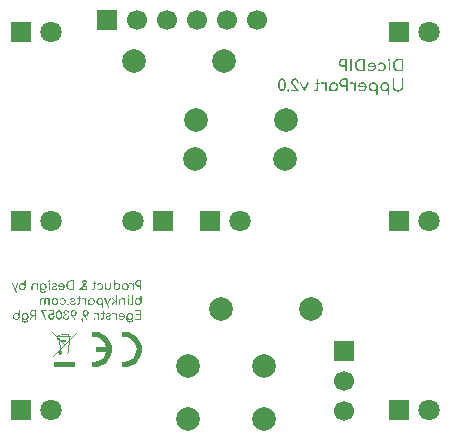
<source format=gbr>
%TF.GenerationSoftware,KiCad,Pcbnew,9.0.7*%
%TF.CreationDate,2026-01-25T23:07:14+01:00*%
%TF.ProjectId,DiceDIP_UpperPart,44696365-4449-4505-9f55-707065725061,rev?*%
%TF.SameCoordinates,Original*%
%TF.FileFunction,Soldermask,Bot*%
%TF.FilePolarity,Negative*%
%FSLAX46Y46*%
G04 Gerber Fmt 4.6, Leading zero omitted, Abs format (unit mm)*
G04 Created by KiCad (PCBNEW 9.0.7) date 2026-01-25 23:07:14*
%MOMM*%
%LPD*%
G01*
G04 APERTURE LIST*
%ADD10C,0.187500*%
%ADD11C,0.250000*%
%ADD12C,0.000000*%
%ADD13C,2.000000*%
%ADD14R,1.800000X1.800000*%
%ADD15C,1.800000*%
%ADD16R,1.700000X1.700000*%
%ADD17C,1.700000*%
G04 APERTURE END LIST*
D10*
G36*
X112861765Y-100036343D02*
G01*
X112879237Y-100047872D01*
X112890974Y-100065161D01*
X112894990Y-100087027D01*
X112894990Y-100797911D01*
X112891016Y-100819249D01*
X112879237Y-100836746D01*
X112861670Y-100848503D01*
X112839898Y-100852500D01*
X112818214Y-100848486D01*
X112801064Y-100836746D01*
X112789677Y-100819289D01*
X112785814Y-100797911D01*
X112785814Y-100567972D01*
X112630384Y-100567972D01*
X112578625Y-100564059D01*
X112532355Y-100552749D01*
X112490662Y-100534358D01*
X112452925Y-100508929D01*
X112421462Y-100478006D01*
X112395727Y-100441118D01*
X112377022Y-100400122D01*
X112365564Y-100354853D01*
X112361610Y-100304419D01*
X112466619Y-100304419D01*
X112472007Y-100349403D01*
X112487639Y-100388270D01*
X112512568Y-100421179D01*
X112545387Y-100446156D01*
X112584302Y-100461713D01*
X112630384Y-100467130D01*
X112785814Y-100467130D01*
X112785814Y-100133235D01*
X112630384Y-100133235D01*
X112598818Y-100135790D01*
X112570608Y-100143186D01*
X112545158Y-100155262D01*
X112512258Y-100181269D01*
X112487410Y-100215484D01*
X112472016Y-100255992D01*
X112466619Y-100304419D01*
X112361610Y-100304419D01*
X112365596Y-100251762D01*
X112377088Y-100204978D01*
X112395727Y-100163094D01*
X112421506Y-100125231D01*
X112452981Y-100093449D01*
X112490662Y-100067243D01*
X112532451Y-100048174D01*
X112578716Y-100036479D01*
X112630384Y-100032439D01*
X112840402Y-100032439D01*
X112861765Y-100036343D01*
G37*
G36*
X112200455Y-100493417D02*
G01*
X112196915Y-100452300D01*
X112186573Y-100414916D01*
X112169497Y-100380531D01*
X112146484Y-100349605D01*
X112118802Y-100323284D01*
X112086012Y-100301259D01*
X112050022Y-100284991D01*
X112011721Y-100275189D01*
X111970516Y-100271858D01*
X111928707Y-100274597D01*
X111898262Y-100281797D01*
X111876543Y-100292329D01*
X111859406Y-100307804D01*
X111852156Y-100323643D01*
X111852913Y-100341147D01*
X111857697Y-100354477D01*
X111865003Y-100363724D01*
X111874573Y-100370163D01*
X111885474Y-100373707D01*
X111910661Y-100372654D01*
X111955586Y-100366220D01*
X111995593Y-100365732D01*
X112031424Y-100370547D01*
X112065817Y-100380941D01*
X112093636Y-100395359D01*
X112115963Y-100413595D01*
X112133027Y-100436226D01*
X112143334Y-100462477D01*
X112146920Y-100493417D01*
X112200455Y-100493417D01*
G37*
G36*
X112199402Y-100852500D02*
G01*
X112222430Y-100848975D01*
X112238237Y-100839402D01*
X112248171Y-100823828D01*
X112251884Y-100800018D01*
X112251884Y-100330659D01*
X112248229Y-100307682D01*
X112238237Y-100291825D01*
X112222375Y-100281797D01*
X112199402Y-100278132D01*
X112175551Y-100281726D01*
X112160064Y-100291275D01*
X112150513Y-100306801D01*
X112146920Y-100330659D01*
X112146920Y-100800018D01*
X112150456Y-100823041D01*
X112160064Y-100838852D01*
X112175600Y-100848785D01*
X112199402Y-100852500D01*
G37*
G36*
X111579146Y-100278306D02*
G01*
X111628701Y-100290876D01*
X111673486Y-100311379D01*
X111713907Y-100339509D01*
X111747868Y-100373632D01*
X111775885Y-100414282D01*
X111796216Y-100459279D01*
X111808733Y-100509457D01*
X111813071Y-100565865D01*
X111808750Y-100621568D01*
X111796250Y-100671411D01*
X111775885Y-100716395D01*
X111747868Y-100757045D01*
X111713907Y-100791168D01*
X111673486Y-100819298D01*
X111628694Y-100839783D01*
X111578964Y-100852362D01*
X111523277Y-100856713D01*
X111467583Y-100852375D01*
X111417885Y-100839840D01*
X111373159Y-100819435D01*
X111332815Y-100791363D01*
X111299042Y-100757245D01*
X111271310Y-100716533D01*
X111251174Y-100671485D01*
X111238809Y-100621590D01*
X111234536Y-100565865D01*
X111337438Y-100565865D01*
X111340214Y-100603764D01*
X111348211Y-100637457D01*
X111361161Y-100667623D01*
X111379092Y-100695030D01*
X111400867Y-100717993D01*
X111426786Y-100736912D01*
X111455657Y-100750782D01*
X111487596Y-100759264D01*
X111523277Y-100762191D01*
X111558988Y-100759264D01*
X111590958Y-100750782D01*
X111619859Y-100736912D01*
X111645816Y-100718013D01*
X111667780Y-100695049D01*
X111686034Y-100667623D01*
X111699242Y-100637432D01*
X111707389Y-100603741D01*
X111710214Y-100565865D01*
X111707397Y-100527986D01*
X111699258Y-100494118D01*
X111686034Y-100463604D01*
X111667748Y-100435830D01*
X111645779Y-100412693D01*
X111619859Y-100393766D01*
X111590956Y-100379869D01*
X111558986Y-100371372D01*
X111523277Y-100368441D01*
X111487599Y-100371372D01*
X111455660Y-100379869D01*
X111426786Y-100393766D01*
X111400904Y-100412713D01*
X111379125Y-100435849D01*
X111361161Y-100463604D01*
X111348196Y-100494092D01*
X111340206Y-100527963D01*
X111337438Y-100565865D01*
X111234536Y-100565865D01*
X111238899Y-100509469D01*
X111251490Y-100459292D01*
X111271951Y-100414282D01*
X111300065Y-100373613D01*
X111334032Y-100339491D01*
X111374350Y-100311379D01*
X111418989Y-100290885D01*
X111468478Y-100278311D01*
X111523826Y-100273965D01*
X111579146Y-100278306D01*
G37*
G36*
X110600897Y-100036198D02*
G01*
X110617899Y-100047139D01*
X110629169Y-100063872D01*
X110633103Y-100086020D01*
X110633103Y-100369494D01*
X110658670Y-100342221D01*
X110687952Y-100319015D01*
X110721305Y-100299702D01*
X110757063Y-100285491D01*
X110795048Y-100276890D01*
X110835748Y-100273965D01*
X110885739Y-100278338D01*
X110931296Y-100291130D01*
X110973318Y-100312295D01*
X111010923Y-100340752D01*
X111042812Y-100375187D01*
X111069351Y-100416205D01*
X111088645Y-100461139D01*
X111100456Y-100510387D01*
X111104522Y-100564812D01*
X111100132Y-100619060D01*
X111087321Y-100668465D01*
X111066237Y-100713922D01*
X111037545Y-100755046D01*
X111003054Y-100789693D01*
X110962281Y-100818382D01*
X110917186Y-100839509D01*
X110868296Y-100852326D01*
X110814728Y-100856713D01*
X110761199Y-100852317D01*
X110712515Y-100839493D01*
X110667770Y-100818382D01*
X110627314Y-100789723D01*
X110592983Y-100755080D01*
X110564318Y-100713922D01*
X110543209Y-100668463D01*
X110530383Y-100619058D01*
X110525987Y-100564812D01*
X110628890Y-100564812D01*
X110631662Y-100601290D01*
X110639759Y-100634709D01*
X110653070Y-100665608D01*
X110671323Y-100693783D01*
X110693279Y-100717266D01*
X110719199Y-100736499D01*
X110748138Y-100750645D01*
X110779771Y-100759241D01*
X110814728Y-100762191D01*
X110849024Y-100759268D01*
X110880525Y-100750699D01*
X110909800Y-100736499D01*
X110936073Y-100717254D01*
X110958378Y-100693766D01*
X110976982Y-100665608D01*
X110990579Y-100634682D01*
X110998840Y-100601266D01*
X111001666Y-100564812D01*
X110998804Y-100527667D01*
X110990512Y-100494282D01*
X110976982Y-100464016D01*
X110958440Y-100436524D01*
X110936143Y-100413368D01*
X110909800Y-100394178D01*
X110880522Y-100379952D01*
X110849022Y-100371368D01*
X110814728Y-100368441D01*
X110779773Y-100371396D01*
X110748141Y-100380006D01*
X110719199Y-100394178D01*
X110693209Y-100413357D01*
X110671260Y-100436509D01*
X110653070Y-100464016D01*
X110639825Y-100494253D01*
X110631697Y-100527642D01*
X110628890Y-100564812D01*
X110525987Y-100564812D01*
X110525987Y-100086020D01*
X110529808Y-100063829D01*
X110540688Y-100047139D01*
X110557372Y-100036258D01*
X110579522Y-100032439D01*
X110600897Y-100036198D01*
G37*
G36*
X110095784Y-100857766D02*
G01*
X110143288Y-100854188D01*
X110186265Y-100843794D01*
X110225477Y-100826808D01*
X110260758Y-100803078D01*
X110290728Y-100773023D01*
X110315786Y-100735950D01*
X110333581Y-100694788D01*
X110344849Y-100646275D01*
X110348850Y-100588946D01*
X110348850Y-100330659D01*
X110344977Y-100309333D01*
X110333646Y-100292329D01*
X110316600Y-100280960D01*
X110295269Y-100277079D01*
X110273986Y-100280960D01*
X110256984Y-100292329D01*
X110245618Y-100309337D01*
X110241734Y-100330659D01*
X110241734Y-100588946D01*
X110239028Y-100627651D01*
X110231487Y-100659636D01*
X110219707Y-100686079D01*
X110203031Y-100709663D01*
X110183179Y-100728401D01*
X110159852Y-100742773D01*
X110120280Y-100756413D01*
X110074764Y-100761137D01*
X110031469Y-100756534D01*
X109994484Y-100743323D01*
X109962601Y-100722119D01*
X109938293Y-100695009D01*
X109922557Y-100662805D01*
X109917273Y-100626728D01*
X109851144Y-100626728D01*
X109854788Y-100669234D01*
X109865467Y-100708211D01*
X109883155Y-100744376D01*
X109907024Y-100776869D01*
X109935913Y-100804400D01*
X109970304Y-100827312D01*
X110008115Y-100844015D01*
X110049685Y-100854242D01*
X110095784Y-100857766D01*
G37*
G36*
X109863738Y-100852500D02*
G01*
X109885033Y-100848630D01*
X109902069Y-100837295D01*
X109913404Y-100820259D01*
X109917273Y-100798965D01*
X109917273Y-100330659D01*
X109913339Y-100308511D01*
X109902069Y-100291779D01*
X109885073Y-100280835D01*
X109863738Y-100277079D01*
X109841587Y-100280897D01*
X109824904Y-100291779D01*
X109814024Y-100308469D01*
X109810203Y-100330659D01*
X109810203Y-100798965D01*
X109813960Y-100820299D01*
X109824904Y-100837295D01*
X109841630Y-100848567D01*
X109863738Y-100852500D01*
G37*
G36*
X109360995Y-100856713D02*
G01*
X109415967Y-100852289D01*
X109465531Y-100839437D01*
X109510655Y-100818382D01*
X109551391Y-100789680D01*
X109585514Y-100755194D01*
X109613557Y-100714426D01*
X109634023Y-100669379D01*
X109646502Y-100620159D01*
X109650789Y-100565865D01*
X109646528Y-100510103D01*
X109634185Y-100460016D01*
X109614061Y-100414648D01*
X109586332Y-100373540D01*
X109552887Y-100339272D01*
X109513265Y-100311242D01*
X109469208Y-100290799D01*
X109420534Y-100278283D01*
X109366261Y-100273965D01*
X109325482Y-100276677D01*
X109287847Y-100284605D01*
X109252872Y-100297595D01*
X109220192Y-100315643D01*
X109189452Y-100339095D01*
X109160456Y-100368441D01*
X109150349Y-100385970D01*
X109149969Y-100403108D01*
X109157494Y-100419428D01*
X109173050Y-100434615D01*
X109188520Y-100441560D01*
X109205611Y-100441439D01*
X109222414Y-100435132D01*
X109238171Y-100423029D01*
X109265642Y-100399019D01*
X109295726Y-100382166D01*
X109328991Y-100371954D01*
X109366261Y-100368441D01*
X109401258Y-100371302D01*
X109432544Y-100379587D01*
X109460783Y-100393125D01*
X109486004Y-100411654D01*
X109507272Y-100434430D01*
X109524851Y-100461909D01*
X109537378Y-100492119D01*
X109545195Y-100526512D01*
X109547932Y-100565865D01*
X109545185Y-100603063D01*
X109537235Y-100636454D01*
X109524302Y-100666661D01*
X109506406Y-100694151D01*
X109484631Y-100717302D01*
X109458677Y-100736499D01*
X109429708Y-100750569D01*
X109397390Y-100759202D01*
X109360995Y-100762191D01*
X109325547Y-100759824D01*
X109296469Y-100753261D01*
X109269868Y-100741881D01*
X109245498Y-100725463D01*
X109228020Y-100714656D01*
X109210877Y-100710259D01*
X109194063Y-100711944D01*
X109179370Y-100720196D01*
X109165163Y-100736303D01*
X109159403Y-100753306D01*
X109161401Y-100770496D01*
X109171997Y-100786371D01*
X109211776Y-100816905D01*
X109255918Y-100838703D01*
X109305276Y-100852079D01*
X109360995Y-100856713D01*
G37*
G36*
X108781590Y-100852500D02*
G01*
X108815792Y-100849458D01*
X108847080Y-100840544D01*
X108876066Y-100825755D01*
X108901961Y-100805850D01*
X108923940Y-100781669D01*
X108942240Y-100752757D01*
X108955490Y-100721160D01*
X108963591Y-100686698D01*
X108966375Y-100648801D01*
X108966375Y-100147935D01*
X108962599Y-100126694D01*
X108951674Y-100110154D01*
X108935134Y-100099229D01*
X108913893Y-100095454D01*
X108892613Y-100099231D01*
X108876066Y-100110154D01*
X108865141Y-100126694D01*
X108861366Y-100147935D01*
X108861366Y-100648801D01*
X108858656Y-100675975D01*
X108850910Y-100699148D01*
X108838285Y-100719143D01*
X108821306Y-100735174D01*
X108802655Y-100744389D01*
X108781590Y-100747490D01*
X108745869Y-100747490D01*
X108728525Y-100751123D01*
X108713858Y-100762191D01*
X108704137Y-100778611D01*
X108700715Y-100800018D01*
X108705071Y-100821040D01*
X108718071Y-100837799D01*
X108737353Y-100848649D01*
X108762676Y-100852500D01*
X108781590Y-100852500D01*
G37*
G36*
X109014689Y-100389461D02*
G01*
X109035014Y-100386172D01*
X109050364Y-100376867D01*
X109060586Y-100362700D01*
X109064011Y-100345360D01*
X109060488Y-100326175D01*
X109050364Y-100311746D01*
X109035014Y-100302441D01*
X109014689Y-100299152D01*
X108772110Y-100299152D01*
X108751785Y-100302441D01*
X108736435Y-100311746D01*
X108726311Y-100326175D01*
X108722788Y-100345360D01*
X108726213Y-100362700D01*
X108736435Y-100376867D01*
X108751785Y-100386172D01*
X108772110Y-100389461D01*
X109014689Y-100389461D01*
G37*
G36*
X108087558Y-100867200D02*
G01*
X108131113Y-100864294D01*
X108169732Y-100855949D01*
X108204154Y-100842516D01*
X108235543Y-100823501D01*
X108261424Y-100800154D01*
X108282373Y-100772174D01*
X108297473Y-100740640D01*
X108306873Y-100704394D01*
X108310170Y-100662448D01*
X108304855Y-100616565D01*
X108289004Y-100573875D01*
X108261902Y-100533305D01*
X108208423Y-100476576D01*
X108134819Y-100412542D01*
X108047670Y-100343253D01*
X108011763Y-100311870D01*
X107989080Y-100286357D01*
X107976275Y-100265584D01*
X107964158Y-100231283D01*
X107959468Y-100196250D01*
X107962478Y-100170689D01*
X107971321Y-100147827D01*
X107986259Y-100126961D01*
X108005939Y-100111086D01*
X108031106Y-100101148D01*
X108063424Y-100097560D01*
X108093132Y-100100797D01*
X108117601Y-100109961D01*
X108137979Y-100124854D01*
X108153950Y-100144464D01*
X108163212Y-100165586D01*
X108166327Y-100188922D01*
X108163357Y-100215769D01*
X108154282Y-100242457D01*
X108139128Y-100267952D01*
X108114898Y-100295992D01*
X107637114Y-100772678D01*
X107623443Y-100789937D01*
X107618246Y-100804185D01*
X107620414Y-100818400D01*
X107632946Y-100835693D01*
X107650502Y-100848674D01*
X107666522Y-100852499D01*
X107682549Y-100848676D01*
X107700128Y-100835693D01*
X108183134Y-100353740D01*
X108215081Y-100315428D01*
X108237722Y-100276575D01*
X108251894Y-100235018D01*
X108256635Y-100190983D01*
X108253769Y-100158127D01*
X108245369Y-100128046D01*
X108231448Y-100100170D01*
X108212625Y-100075246D01*
X108189661Y-100054154D01*
X108162114Y-100036652D01*
X108131961Y-100023964D01*
X108099239Y-100016225D01*
X108063424Y-100013571D01*
X108026257Y-100016382D01*
X107993061Y-100024504D01*
X107963178Y-100037705D01*
X107936025Y-100055887D01*
X107913222Y-100077831D01*
X107894393Y-100103834D01*
X107880474Y-100132733D01*
X107872043Y-100164046D01*
X107869159Y-100198356D01*
X107872810Y-100237994D01*
X107883356Y-100272911D01*
X107900870Y-100305371D01*
X107926953Y-100338536D01*
X107959137Y-100370484D01*
X108003569Y-100408329D01*
X108086551Y-100474503D01*
X108120845Y-100503522D01*
X108150573Y-100532251D01*
X108176339Y-100562636D01*
X108195224Y-100592656D01*
X108207427Y-100624569D01*
X108211481Y-100658235D01*
X108207442Y-100696077D01*
X108196374Y-100724955D01*
X108178920Y-100746987D01*
X108155511Y-100763005D01*
X108125666Y-100773194D01*
X108087558Y-100776891D01*
X108046402Y-100773519D01*
X108010131Y-100763811D01*
X107977878Y-100748040D01*
X107932223Y-100715003D01*
X107882852Y-100668768D01*
X107729529Y-100507064D01*
X107713372Y-100492752D01*
X107700128Y-100486044D01*
X107686708Y-100486458D01*
X107669674Y-100497584D01*
X107656590Y-100514278D01*
X107652363Y-100530145D01*
X107655549Y-100546420D01*
X107667568Y-100564812D01*
X107820891Y-100726516D01*
X107858952Y-100765869D01*
X107898472Y-100799505D01*
X107939547Y-100827816D01*
X107983712Y-100849421D01*
X108032692Y-100862636D01*
X108087558Y-100867200D01*
G37*
G36*
X107145031Y-100036302D02*
G01*
X107162489Y-100047689D01*
X107174204Y-100064877D01*
X107178242Y-100087027D01*
X107178242Y-100797911D01*
X107174268Y-100819249D01*
X107162489Y-100836746D01*
X107144992Y-100848525D01*
X107123654Y-100852500D01*
X106933603Y-100852500D01*
X106873983Y-100849031D01*
X106819434Y-100838956D01*
X106769288Y-100822595D01*
X106721802Y-100799675D01*
X106679069Y-100771384D01*
X106640648Y-100737553D01*
X106607200Y-100698774D01*
X106579252Y-100655532D01*
X106556659Y-100607356D01*
X106540552Y-100556518D01*
X106530656Y-100501585D01*
X106527259Y-100441943D01*
X106632268Y-100441943D01*
X106636780Y-100501846D01*
X106649839Y-100555589D01*
X106671103Y-100604196D01*
X106700412Y-100648309D01*
X106735778Y-100685189D01*
X106777669Y-100715479D01*
X106824311Y-100737659D01*
X106875929Y-100751232D01*
X106933603Y-100755917D01*
X107069066Y-100755917D01*
X107069066Y-100129067D01*
X106933603Y-100129067D01*
X106875901Y-100133694D01*
X106824279Y-100147089D01*
X106777669Y-100168955D01*
X106735765Y-100198897D01*
X106700403Y-100235426D01*
X106671103Y-100279185D01*
X106649890Y-100327453D01*
X106636806Y-100381337D01*
X106632268Y-100441943D01*
X106527259Y-100441943D01*
X106530664Y-100382302D01*
X106540567Y-100327575D01*
X106556659Y-100277124D01*
X106579228Y-100229274D01*
X106607171Y-100186193D01*
X106640648Y-100147431D01*
X106679073Y-100113576D01*
X106721806Y-100085286D01*
X106769288Y-100062389D01*
X106819437Y-100046003D01*
X106873985Y-100035912D01*
X106933603Y-100032439D01*
X107123654Y-100032439D01*
X107145031Y-100036302D01*
G37*
G36*
X106096781Y-100856713D02*
G01*
X106153911Y-100852385D01*
X106205213Y-100839854D01*
X106251661Y-100819435D01*
X106293759Y-100791264D01*
X106328909Y-100757126D01*
X106357724Y-100716533D01*
X106378718Y-100671398D01*
X106391572Y-100621513D01*
X106396009Y-100565865D01*
X106391777Y-100509406D01*
X106379575Y-100459174D01*
X106359784Y-100414145D01*
X106332408Y-100373374D01*
X106299156Y-100339265D01*
X106259538Y-100311242D01*
X106215481Y-100290799D01*
X106166807Y-100278283D01*
X106112534Y-100273965D01*
X106058963Y-100278246D01*
X106012480Y-100290480D01*
X105971851Y-100310189D01*
X105935772Y-100337344D01*
X105906002Y-100370377D01*
X105882091Y-100409931D01*
X105865209Y-100453286D01*
X105854732Y-100501802D01*
X105851088Y-100556386D01*
X105854546Y-100574759D01*
X105864735Y-100589496D01*
X105879990Y-100599229D01*
X105899402Y-100602593D01*
X106322507Y-100602593D01*
X106322507Y-100518604D01*
X105902516Y-100518604D01*
X105945564Y-100548005D01*
X105951520Y-100497476D01*
X105966584Y-100454033D01*
X105981934Y-100428055D01*
X106000760Y-100406325D01*
X106023279Y-100388408D01*
X106048773Y-100375263D01*
X106078232Y-100367095D01*
X106112534Y-100364228D01*
X106151702Y-100367344D01*
X106185524Y-100376231D01*
X106214933Y-100390514D01*
X106241002Y-100410176D01*
X106262413Y-100434007D01*
X106279505Y-100462459D01*
X106291549Y-100493591D01*
X106298969Y-100527874D01*
X106301533Y-100565865D01*
X106298504Y-100603647D01*
X106289705Y-100637728D01*
X106275292Y-100668768D01*
X106255591Y-100696735D01*
X106231576Y-100720427D01*
X106202843Y-100740163D01*
X106171105Y-100754539D01*
X106135983Y-100763358D01*
X106096781Y-100766404D01*
X106064262Y-100763470D01*
X106030102Y-100754360D01*
X105998100Y-100740764D01*
X105974965Y-100726516D01*
X105958425Y-100717653D01*
X105940847Y-100714426D01*
X105923609Y-100716929D01*
X105908836Y-100725463D01*
X105894898Y-100742526D01*
X105889922Y-100760130D01*
X105893403Y-100777310D01*
X105906729Y-100792645D01*
X105945626Y-100817768D01*
X105995481Y-100838852D01*
X106048221Y-100852409D01*
X106096781Y-100856713D01*
G37*
G36*
X105506293Y-100856713D02*
G01*
X105554889Y-100854115D01*
X105600071Y-100846523D01*
X105642260Y-100834135D01*
X105682731Y-100816774D01*
X105714662Y-100797626D01*
X105739392Y-100776891D01*
X105750607Y-100758752D01*
X105752536Y-100738560D01*
X105746126Y-100719087D01*
X105732019Y-100703389D01*
X105710451Y-100691208D01*
X105690574Y-100689238D01*
X105671643Y-100695084D01*
X105655403Y-100707602D01*
X105633941Y-100725731D01*
X105598159Y-100744880D01*
X105557175Y-100757739D01*
X105510506Y-100762191D01*
X105470135Y-100759572D01*
X105439896Y-100752600D01*
X105417587Y-100742270D01*
X105399061Y-100727010D01*
X105388450Y-100710089D01*
X105384477Y-100690795D01*
X105387162Y-100671256D01*
X105396710Y-100653320D01*
X105414427Y-100636207D01*
X105436580Y-100623541D01*
X105472523Y-100610731D01*
X105527267Y-100598380D01*
X105597030Y-100580235D01*
X105646826Y-100558927D01*
X105681140Y-100535411D01*
X105707979Y-100504852D01*
X105723606Y-100470986D01*
X105728905Y-100432509D01*
X105725216Y-100397996D01*
X105714669Y-100368794D01*
X105697398Y-100343757D01*
X105674774Y-100322576D01*
X105648021Y-100305096D01*
X105616569Y-100291275D01*
X105566296Y-100278317D01*
X105513620Y-100273965D01*
X105467837Y-100276574D01*
X105427120Y-100284057D01*
X105390797Y-100296038D01*
X105356709Y-100313086D01*
X105328613Y-100333371D01*
X105305754Y-100356900D01*
X105294823Y-100374540D01*
X105292107Y-100392071D01*
X105296910Y-100408721D01*
X105309922Y-100423029D01*
X105327944Y-100430597D01*
X105349856Y-100430402D01*
X105371310Y-100423467D01*
X105388690Y-100411489D01*
X105416448Y-100389957D01*
X105445385Y-100376867D01*
X105477187Y-100369896D01*
X105515727Y-100367387D01*
X105559682Y-100371590D01*
X105593992Y-100383141D01*
X105612363Y-100395854D01*
X105622567Y-100410973D01*
X105626003Y-100429349D01*
X105623484Y-100447425D01*
X105616019Y-100463512D01*
X105602623Y-100476916D01*
X105576635Y-100490806D01*
X105543628Y-100501832D01*
X105490539Y-100514391D01*
X105416441Y-100533425D01*
X105366113Y-100554325D01*
X105337133Y-100572306D01*
X105315685Y-100591013D01*
X105300488Y-100610470D01*
X105285648Y-100644489D01*
X105280521Y-100684521D01*
X105283432Y-100715923D01*
X105291990Y-100744780D01*
X105306258Y-100771670D01*
X105325540Y-100795257D01*
X105350452Y-100815890D01*
X105381867Y-100833632D01*
X105415898Y-100845927D01*
X105456929Y-100853861D01*
X105506293Y-100856713D01*
G37*
G36*
X105081127Y-100852500D02*
G01*
X105102422Y-100848630D01*
X105119458Y-100837295D01*
X105130793Y-100820259D01*
X105134662Y-100798965D01*
X105134662Y-100331713D01*
X105130728Y-100309565D01*
X105119458Y-100292832D01*
X105102462Y-100281889D01*
X105081127Y-100278132D01*
X105058977Y-100281951D01*
X105042293Y-100292832D01*
X105031413Y-100309522D01*
X105027592Y-100331713D01*
X105027592Y-100798965D01*
X105031349Y-100820299D01*
X105042293Y-100837295D01*
X105059019Y-100848567D01*
X105081127Y-100852500D01*
G37*
G36*
X105081127Y-100184709D02*
G01*
X105107439Y-100179619D01*
X105129945Y-100164238D01*
X105145326Y-100141732D01*
X105150416Y-100115420D01*
X105145324Y-100089069D01*
X105129945Y-100066557D01*
X105107439Y-100051176D01*
X105081127Y-100046086D01*
X105054776Y-100051178D01*
X105032264Y-100066557D01*
X105016885Y-100089069D01*
X105011793Y-100115420D01*
X105016883Y-100141732D01*
X105032264Y-100164238D01*
X105054776Y-100179617D01*
X105081127Y-100184709D01*
G37*
G36*
X104623912Y-100278301D02*
G01*
X104673626Y-100290836D01*
X104718381Y-100311242D01*
X104758762Y-100339294D01*
X104792725Y-100373412D01*
X104820780Y-100414145D01*
X104841141Y-100459232D01*
X104853671Y-100509458D01*
X104858012Y-100565865D01*
X104853972Y-100621698D01*
X104842309Y-100671605D01*
X104823390Y-100716533D01*
X104797136Y-100757506D01*
X104765581Y-100791585D01*
X104728364Y-100819435D01*
X104686696Y-100839906D01*
X104640649Y-100852404D01*
X104589238Y-100856713D01*
X104542083Y-100852435D01*
X104499707Y-100839981D01*
X104461147Y-100819435D01*
X104427024Y-100791795D01*
X104397865Y-100757756D01*
X104382379Y-100731610D01*
X104382379Y-100785317D01*
X104385432Y-100830242D01*
X104394034Y-100868356D01*
X104407612Y-100900768D01*
X104426704Y-100930178D01*
X104449207Y-100953761D01*
X104475344Y-100972163D01*
X104504477Y-100985570D01*
X104535277Y-100993617D01*
X104568217Y-100996343D01*
X104620808Y-100991175D01*
X104665899Y-100976376D01*
X104705444Y-100952371D01*
X104737295Y-100920735D01*
X104751868Y-100907070D01*
X104770359Y-100899715D01*
X104790226Y-100899692D01*
X104809743Y-100908141D01*
X104823339Y-100921636D01*
X104830214Y-100938595D01*
X104829649Y-100956873D01*
X104820230Y-100975369D01*
X104787761Y-101010274D01*
X104751155Y-101038842D01*
X104710000Y-101061465D01*
X104665779Y-101077729D01*
X104619384Y-101087543D01*
X104570324Y-101090865D01*
X104514059Y-101086234D01*
X104463848Y-101072829D01*
X104418603Y-101050932D01*
X104377991Y-101021181D01*
X104344041Y-100985491D01*
X104316250Y-100943312D01*
X104295981Y-100896943D01*
X104283680Y-100846987D01*
X104279477Y-100792645D01*
X104279477Y-100565865D01*
X104382379Y-100565865D01*
X104385143Y-100603770D01*
X104393109Y-100637496D01*
X104406010Y-100667715D01*
X104423926Y-100695169D01*
X104445701Y-100718129D01*
X104471635Y-100737003D01*
X104500559Y-100750824D01*
X104532531Y-100759275D01*
X104568217Y-100762191D01*
X104603934Y-100759274D01*
X104635921Y-100750823D01*
X104664846Y-100737003D01*
X104690818Y-100718149D01*
X104712782Y-100695188D01*
X104731021Y-100667715D01*
X104744206Y-100637467D01*
X104752336Y-100603744D01*
X104755155Y-100565865D01*
X104752344Y-100527983D01*
X104744221Y-100494082D01*
X104731021Y-100463512D01*
X104712750Y-100435691D01*
X104690782Y-100412557D01*
X104664846Y-100393674D01*
X104635918Y-100379829D01*
X104603932Y-100371362D01*
X104568217Y-100368441D01*
X104532533Y-100371361D01*
X104500562Y-100379827D01*
X104471635Y-100393674D01*
X104445737Y-100412577D01*
X104423958Y-100435709D01*
X104406010Y-100463512D01*
X104393094Y-100494054D01*
X104385135Y-100527957D01*
X104382379Y-100565865D01*
X104279477Y-100565865D01*
X104283822Y-100509460D01*
X104296367Y-100459234D01*
X104316754Y-100414145D01*
X104344809Y-100373412D01*
X104378772Y-100339294D01*
X104419153Y-100311242D01*
X104463866Y-100290803D01*
X104513229Y-100278284D01*
X104568217Y-100273965D01*
X104623912Y-100278301D01*
G37*
G36*
X103634996Y-100853553D02*
G01*
X103656291Y-100849683D01*
X103673327Y-100838349D01*
X103684662Y-100821312D01*
X103688531Y-100800018D01*
X103688531Y-100541685D01*
X103691270Y-100502258D01*
X103698850Y-100470155D01*
X103710604Y-100444049D01*
X103727193Y-100420778D01*
X103746867Y-100402215D01*
X103769910Y-100387904D01*
X103809147Y-100374270D01*
X103855502Y-100369494D01*
X103897995Y-100374069D01*
X103935323Y-100387354D01*
X103967636Y-100408492D01*
X103992018Y-100435165D01*
X104007668Y-100467039D01*
X104012992Y-100503904D01*
X104079121Y-100503904D01*
X104075448Y-100460706D01*
X104064742Y-100421598D01*
X104047110Y-100385797D01*
X104023246Y-100353652D01*
X103994203Y-100326278D01*
X103959457Y-100303365D01*
X103921308Y-100286611D01*
X103879883Y-100276409D01*
X103834481Y-100272911D01*
X103786978Y-100276490D01*
X103744017Y-100286885D01*
X103704834Y-100303869D01*
X103669529Y-100327577D01*
X103639561Y-100357617D01*
X103614525Y-100394682D01*
X103596705Y-100435846D01*
X103585421Y-100484359D01*
X103581415Y-100541685D01*
X103581415Y-100800018D01*
X103585295Y-100821309D01*
X103596665Y-100838349D01*
X103613670Y-100849680D01*
X103634996Y-100853553D01*
G37*
G36*
X104066527Y-100853553D02*
G01*
X104087854Y-100849680D01*
X104104858Y-100838349D01*
X104116193Y-100821312D01*
X104120062Y-100800018D01*
X104120062Y-100331713D01*
X104116128Y-100309565D01*
X104104858Y-100292832D01*
X104087894Y-100281892D01*
X104066527Y-100278132D01*
X104044377Y-100281951D01*
X104027693Y-100292832D01*
X104016813Y-100309522D01*
X104012992Y-100331713D01*
X104012992Y-100800018D01*
X104016749Y-100821353D01*
X104027693Y-100838349D01*
X104044419Y-100849620D01*
X104066527Y-100853553D01*
G37*
G36*
X103065005Y-100036199D02*
G01*
X103081969Y-100047139D01*
X103093239Y-100063872D01*
X103097173Y-100086020D01*
X103097173Y-100564812D01*
X103092271Y-100619079D01*
X103079288Y-100668499D01*
X103058384Y-100713922D01*
X103030018Y-100755065D01*
X102995875Y-100789707D01*
X102955482Y-100818382D01*
X102910707Y-100839493D01*
X102861993Y-100852317D01*
X102808432Y-100856713D01*
X102754201Y-100852299D01*
X102705180Y-100839457D01*
X102660421Y-100818382D01*
X102619965Y-100789723D01*
X102585634Y-100755080D01*
X102556969Y-100713922D01*
X102535860Y-100668463D01*
X102523034Y-100619058D01*
X102518638Y-100564812D01*
X102621541Y-100564812D01*
X102624367Y-100601266D01*
X102632628Y-100634682D01*
X102646225Y-100665608D01*
X102664800Y-100693802D01*
X102686945Y-100717286D01*
X102712903Y-100736499D01*
X102741842Y-100750645D01*
X102773475Y-100759241D01*
X102808432Y-100762191D01*
X102842728Y-100759268D01*
X102874229Y-100750699D01*
X102903504Y-100736499D01*
X102929742Y-100717236D01*
X102951874Y-100693749D01*
X102970182Y-100665608D01*
X102983467Y-100634712D01*
X102991549Y-100601292D01*
X102994316Y-100564812D01*
X102991515Y-100527640D01*
X102983401Y-100494251D01*
X102970182Y-100464016D01*
X102951936Y-100436542D01*
X102929812Y-100413386D01*
X102903504Y-100394178D01*
X102874226Y-100379952D01*
X102842726Y-100371368D01*
X102808432Y-100368441D01*
X102773477Y-100371396D01*
X102741845Y-100380006D01*
X102712903Y-100394178D01*
X102686875Y-100413337D01*
X102664737Y-100436490D01*
X102646225Y-100464016D01*
X102632694Y-100494282D01*
X102624402Y-100527667D01*
X102621541Y-100564812D01*
X102518638Y-100564812D01*
X102522705Y-100510387D01*
X102534515Y-100461139D01*
X102553809Y-100416205D01*
X102580351Y-100375190D01*
X102612255Y-100340755D01*
X102649888Y-100312295D01*
X102691910Y-100291130D01*
X102737467Y-100278338D01*
X102787458Y-100273965D01*
X102828122Y-100276897D01*
X102865918Y-100285504D01*
X102901352Y-100299702D01*
X102934412Y-100318941D01*
X102963899Y-100342139D01*
X102990103Y-100369494D01*
X102990103Y-100086020D01*
X102993924Y-100063829D01*
X103004804Y-100047139D01*
X103021487Y-100036258D01*
X103043638Y-100032439D01*
X103065005Y-100036199D01*
G37*
G36*
X102287966Y-101104512D02*
G01*
X102313154Y-101098193D01*
X102332795Y-101085501D01*
X102342593Y-101071071D01*
X102344731Y-101053951D01*
X102338341Y-101032064D01*
X102018093Y-100308586D01*
X102005503Y-100289882D01*
X101991057Y-100280241D01*
X101973848Y-100277820D01*
X101951964Y-100283398D01*
X101931844Y-100295695D01*
X101921737Y-100309979D01*
X101919376Y-100327195D01*
X101925678Y-100349527D01*
X102246979Y-101071952D01*
X102257779Y-101090813D01*
X102271178Y-101101072D01*
X102287966Y-101104512D01*
G37*
G36*
X102164043Y-100829419D02*
G01*
X102183712Y-100834012D01*
X102201321Y-100830976D01*
X102216590Y-100821197D01*
X102229165Y-100804185D01*
X102469591Y-100347466D01*
X102475507Y-100327593D01*
X102472202Y-100309135D01*
X102461455Y-100293393D01*
X102444404Y-100282345D01*
X102424666Y-100277754D01*
X102406622Y-100280788D01*
X102391111Y-100290640D01*
X102379282Y-100307533D01*
X102149343Y-100764297D01*
X102142034Y-100784340D01*
X102141466Y-100802628D01*
X102148176Y-100818220D01*
X102164043Y-100829419D01*
G37*
G36*
X112873309Y-101296199D02*
G01*
X112890273Y-101307139D01*
X112901543Y-101323872D01*
X112905478Y-101346020D01*
X112905478Y-101824812D01*
X112900575Y-101879079D01*
X112887592Y-101928499D01*
X112866689Y-101973922D01*
X112838323Y-102015065D01*
X112804180Y-102049707D01*
X112763786Y-102078382D01*
X112719011Y-102099493D01*
X112670297Y-102112317D01*
X112616737Y-102116713D01*
X112562505Y-102112299D01*
X112513485Y-102099457D01*
X112468726Y-102078382D01*
X112428269Y-102049723D01*
X112393938Y-102015080D01*
X112365273Y-101973922D01*
X112344164Y-101928463D01*
X112331338Y-101879058D01*
X112326943Y-101824812D01*
X112429845Y-101824812D01*
X112432671Y-101861266D01*
X112440932Y-101894682D01*
X112454529Y-101925608D01*
X112473104Y-101953802D01*
X112495249Y-101977286D01*
X112521207Y-101996499D01*
X112550146Y-102010645D01*
X112581779Y-102019241D01*
X112616737Y-102022191D01*
X112651032Y-102019268D01*
X112682533Y-102010699D01*
X112711808Y-101996499D01*
X112738046Y-101977236D01*
X112760178Y-101953749D01*
X112778487Y-101925608D01*
X112791771Y-101894712D01*
X112799854Y-101861292D01*
X112802621Y-101824812D01*
X112799819Y-101787640D01*
X112791705Y-101754251D01*
X112778487Y-101724016D01*
X112760241Y-101696542D01*
X112738117Y-101673386D01*
X112711808Y-101654178D01*
X112682531Y-101639952D01*
X112651030Y-101631368D01*
X112616737Y-101628441D01*
X112581782Y-101631396D01*
X112550149Y-101640006D01*
X112521207Y-101654178D01*
X112495179Y-101673337D01*
X112473042Y-101696490D01*
X112454529Y-101724016D01*
X112440999Y-101754282D01*
X112432706Y-101787667D01*
X112429845Y-101824812D01*
X112326943Y-101824812D01*
X112331009Y-101770387D01*
X112342820Y-101721139D01*
X112362114Y-101676205D01*
X112388655Y-101635190D01*
X112420559Y-101600755D01*
X112458193Y-101572295D01*
X112500214Y-101551130D01*
X112545771Y-101538338D01*
X112595762Y-101533965D01*
X112636426Y-101536897D01*
X112674222Y-101545504D01*
X112709656Y-101559702D01*
X112742716Y-101578941D01*
X112772203Y-101602139D01*
X112798408Y-101629494D01*
X112798408Y-101346020D01*
X112802228Y-101323829D01*
X112813108Y-101307139D01*
X112829792Y-101296258D01*
X112851943Y-101292439D01*
X112873309Y-101296199D01*
G37*
G36*
X112031149Y-102112500D02*
G01*
X112061150Y-102109629D01*
X112088250Y-102101240D01*
X112113077Y-102087312D01*
X112134864Y-102068723D01*
X112153370Y-102046000D01*
X112168719Y-102018619D01*
X112183442Y-101972854D01*
X112188640Y-101918235D01*
X112188640Y-101344966D01*
X112184893Y-101323382D01*
X112174169Y-101306956D01*
X112157739Y-101296196D01*
X112136158Y-101292439D01*
X112114578Y-101296196D01*
X112098148Y-101306956D01*
X112087388Y-101323386D01*
X112083631Y-101344966D01*
X112083631Y-101918235D01*
X112079656Y-101954866D01*
X112068839Y-101982303D01*
X112057404Y-101996911D01*
X112045028Y-102004882D01*
X112031149Y-102007490D01*
X112004908Y-102007490D01*
X111985354Y-102011217D01*
X111970562Y-102022008D01*
X111961036Y-102038305D01*
X111957647Y-102060018D01*
X111962545Y-102081152D01*
X111977477Y-102098028D01*
X111999435Y-102108639D01*
X112029043Y-102112500D01*
X112031149Y-102112500D01*
G37*
G36*
X111789257Y-102112500D02*
G01*
X111810552Y-102108630D01*
X111827588Y-102097295D01*
X111838923Y-102080259D01*
X111842792Y-102058965D01*
X111842792Y-101591713D01*
X111838858Y-101569565D01*
X111827588Y-101552832D01*
X111810592Y-101541889D01*
X111789257Y-101538132D01*
X111767106Y-101541951D01*
X111750423Y-101552832D01*
X111739543Y-101569522D01*
X111735722Y-101591713D01*
X111735722Y-102058965D01*
X111739479Y-102080299D01*
X111750423Y-102097295D01*
X111767149Y-102108567D01*
X111789257Y-102112500D01*
G37*
G36*
X111789257Y-101444709D02*
G01*
X111815569Y-101439619D01*
X111838075Y-101424238D01*
X111853456Y-101401732D01*
X111858546Y-101375420D01*
X111853454Y-101349069D01*
X111838075Y-101326557D01*
X111815569Y-101311176D01*
X111789257Y-101306086D01*
X111762906Y-101311178D01*
X111740393Y-101326557D01*
X111725015Y-101349069D01*
X111719923Y-101375420D01*
X111725013Y-101401732D01*
X111740393Y-101424238D01*
X111762906Y-101439617D01*
X111789257Y-101444709D01*
G37*
G36*
X111051674Y-102113553D02*
G01*
X111072969Y-102109683D01*
X111090005Y-102098349D01*
X111101340Y-102081312D01*
X111105209Y-102060018D01*
X111105209Y-101801685D01*
X111107948Y-101762258D01*
X111115528Y-101730155D01*
X111127283Y-101704049D01*
X111143872Y-101680778D01*
X111163546Y-101662215D01*
X111186588Y-101647904D01*
X111225825Y-101634270D01*
X111272180Y-101629494D01*
X111314673Y-101634069D01*
X111352001Y-101647354D01*
X111384315Y-101668492D01*
X111408696Y-101695165D01*
X111424346Y-101727039D01*
X111429671Y-101763904D01*
X111495799Y-101763904D01*
X111492126Y-101720706D01*
X111481420Y-101681598D01*
X111463788Y-101645797D01*
X111439925Y-101613652D01*
X111410882Y-101586278D01*
X111376136Y-101563365D01*
X111337987Y-101546611D01*
X111296561Y-101536409D01*
X111251160Y-101532911D01*
X111203656Y-101536490D01*
X111160695Y-101546885D01*
X111121512Y-101563869D01*
X111086208Y-101587577D01*
X111056239Y-101617617D01*
X111031204Y-101654682D01*
X111013383Y-101695846D01*
X111002100Y-101744359D01*
X110998094Y-101801685D01*
X110998094Y-102060018D01*
X111001973Y-102081309D01*
X111013343Y-102098349D01*
X111030348Y-102109680D01*
X111051674Y-102113553D01*
G37*
G36*
X111483206Y-102113553D02*
G01*
X111504532Y-102109680D01*
X111521536Y-102098349D01*
X111532871Y-102081312D01*
X111536741Y-102060018D01*
X111536741Y-101591713D01*
X111532806Y-101569565D01*
X111521536Y-101552832D01*
X111504572Y-101541892D01*
X111483206Y-101538132D01*
X111461055Y-101541951D01*
X111444371Y-101552832D01*
X111433491Y-101569522D01*
X111429671Y-101591713D01*
X111429671Y-102060018D01*
X111433427Y-102081353D01*
X111444371Y-102098349D01*
X111461097Y-102109620D01*
X111483206Y-102113553D01*
G37*
G36*
X110720069Y-101902481D02*
G01*
X110785190Y-101831086D01*
X110462835Y-101543398D01*
X110445931Y-101532546D01*
X110427664Y-101529751D01*
X110409838Y-101534404D01*
X110394600Y-101546558D01*
X110383725Y-101563393D01*
X110380953Y-101581226D01*
X110385531Y-101598770D01*
X110397714Y-101614794D01*
X110720069Y-101902481D01*
G37*
G36*
X110769436Y-102112500D02*
G01*
X110790636Y-102108831D01*
X110806714Y-102098349D01*
X110817197Y-102082271D01*
X110820865Y-102061071D01*
X110820865Y-101343913D01*
X110817193Y-101322681D01*
X110806714Y-101306635D01*
X110790633Y-101296118D01*
X110769436Y-101292439D01*
X110748248Y-101296119D01*
X110732205Y-101306635D01*
X110721690Y-101322685D01*
X110718008Y-101343913D01*
X110718008Y-102061071D01*
X110721687Y-102082267D01*
X110732205Y-102098349D01*
X110748244Y-102108830D01*
X110769436Y-102112500D01*
G37*
G36*
X110394600Y-102107233D02*
G01*
X110412450Y-102117120D01*
X110431878Y-102119323D01*
X110450525Y-102114017D01*
X110465995Y-102100959D01*
X110679128Y-101837406D01*
X110605626Y-101768117D01*
X110387227Y-102036891D01*
X110377311Y-102054597D01*
X110375183Y-102073115D01*
X110380600Y-102090970D01*
X110394600Y-102107233D01*
G37*
G36*
X110120834Y-102364512D02*
G01*
X110146022Y-102358193D01*
X110165663Y-102345501D01*
X110175461Y-102331071D01*
X110177599Y-102313951D01*
X110171209Y-102292064D01*
X109850961Y-101568586D01*
X109838371Y-101549882D01*
X109823925Y-101540241D01*
X109806716Y-101537820D01*
X109784832Y-101543398D01*
X109764712Y-101555695D01*
X109754605Y-101569979D01*
X109752244Y-101587195D01*
X109758546Y-101609527D01*
X110079847Y-102331952D01*
X110090647Y-102350813D01*
X110104046Y-102361072D01*
X110120834Y-102364512D01*
G37*
G36*
X109996912Y-102089419D02*
G01*
X110016580Y-102094012D01*
X110034189Y-102090976D01*
X110049458Y-102081197D01*
X110062033Y-102064185D01*
X110302459Y-101607466D01*
X110308375Y-101587593D01*
X110305070Y-101569135D01*
X110294323Y-101553393D01*
X110277272Y-101542345D01*
X110257534Y-101537754D01*
X110239491Y-101540788D01*
X110223979Y-101550640D01*
X110212151Y-101567533D01*
X109982211Y-102024297D01*
X109974902Y-102044340D01*
X109974334Y-102062628D01*
X109981045Y-102078220D01*
X109996912Y-102089419D01*
G37*
G36*
X109422729Y-101538333D02*
G01*
X109471193Y-101551101D01*
X109515921Y-101572158D01*
X109556306Y-101600757D01*
X109590514Y-101635424D01*
X109619007Y-101676709D01*
X109640051Y-101722261D01*
X109653103Y-101771699D01*
X109658025Y-101825865D01*
X109658025Y-102304658D01*
X109654154Y-102325944D01*
X109642821Y-102342943D01*
X109625812Y-102354309D01*
X109604490Y-102358193D01*
X109582527Y-102354260D01*
X109565747Y-102342943D01*
X109554734Y-102325977D01*
X109550955Y-102304658D01*
X109550955Y-102021137D01*
X109524752Y-102048496D01*
X109495265Y-102071710D01*
X109462203Y-102090976D01*
X109426769Y-102105174D01*
X109388973Y-102113781D01*
X109348309Y-102116713D01*
X109298312Y-102112356D01*
X109252817Y-102099619D01*
X109210923Y-102078565D01*
X109173383Y-102050191D01*
X109141474Y-102015747D01*
X109114844Y-101974609D01*
X109095430Y-101929552D01*
X109083568Y-101880344D01*
X109079490Y-101826140D01*
X109079527Y-101825682D01*
X109182392Y-101825682D01*
X109185223Y-101862070D01*
X109193487Y-101895330D01*
X109207076Y-101926020D01*
X109225627Y-101953953D01*
X109247769Y-101977307D01*
X109273754Y-101996499D01*
X109302695Y-102010642D01*
X109334357Y-102019239D01*
X109369375Y-102022191D01*
X109403774Y-102019290D01*
X109435320Y-102010791D01*
X109464584Y-101996728D01*
X109490825Y-101977611D01*
X109512907Y-101954305D01*
X109531125Y-101926386D01*
X109544347Y-101895670D01*
X109552405Y-101862316D01*
X109555168Y-101825774D01*
X109552376Y-101788627D01*
X109544282Y-101755156D01*
X109531079Y-101724749D01*
X109512874Y-101697096D01*
X109490751Y-101673774D01*
X109464401Y-101654407D01*
X109435084Y-101640042D01*
X109403628Y-101631388D01*
X109369467Y-101628441D01*
X109334692Y-101631387D01*
X109303067Y-101639989D01*
X109273983Y-101654178D01*
X109247849Y-101673380D01*
X109225634Y-101696707D01*
X109207076Y-101724566D01*
X109193524Y-101755151D01*
X109185242Y-101788654D01*
X109182392Y-101825682D01*
X109079527Y-101825682D01*
X109083903Y-101771379D01*
X109096746Y-101721821D01*
X109117821Y-101676526D01*
X109146476Y-101635486D01*
X109180806Y-101600917D01*
X109221273Y-101572295D01*
X109266037Y-101551233D01*
X109315174Y-101538385D01*
X109369650Y-101533965D01*
X109422729Y-101538333D01*
G37*
G36*
X108713492Y-101538357D02*
G01*
X108762424Y-101551179D01*
X108807464Y-101572295D01*
X108848161Y-101600939D01*
X108882607Y-101635511D01*
X108911283Y-101676526D01*
X108932331Y-101721818D01*
X108945159Y-101771376D01*
X108949568Y-101826140D01*
X108945495Y-101880346D01*
X108933647Y-101929554D01*
X108914259Y-101974609D01*
X108887605Y-102015751D01*
X108855695Y-102050195D01*
X108818180Y-102078565D01*
X108776286Y-102099619D01*
X108730791Y-102112356D01*
X108680794Y-102116713D01*
X108630625Y-102112329D01*
X108585092Y-102099527D01*
X108543270Y-102078382D01*
X108505809Y-102049879D01*
X108478148Y-102019898D01*
X108478148Y-102060018D01*
X108474279Y-102081312D01*
X108462944Y-102098349D01*
X108445883Y-102109676D01*
X108424430Y-102113553D01*
X108403009Y-102109669D01*
X108386099Y-102098349D01*
X108374872Y-102081323D01*
X108371033Y-102060018D01*
X108371033Y-101825865D01*
X108371048Y-101825682D01*
X108473935Y-101825682D01*
X108476712Y-101862094D01*
X108484813Y-101895357D01*
X108498115Y-101926020D01*
X108516344Y-101953933D01*
X108538297Y-101977287D01*
X108564244Y-101996499D01*
X108593183Y-102010645D01*
X108624816Y-102019241D01*
X108659774Y-102022191D01*
X108694129Y-102019266D01*
X108725644Y-102010694D01*
X108754891Y-101996499D01*
X108781172Y-101977286D01*
X108803458Y-101953971D01*
X108822027Y-101926157D01*
X108835601Y-101895551D01*
X108843873Y-101862236D01*
X108846711Y-101825636D01*
X108843854Y-101788426D01*
X108835566Y-101754883D01*
X108822027Y-101724382D01*
X108803464Y-101696659D01*
X108781164Y-101673387D01*
X108754845Y-101654178D01*
X108725567Y-101639954D01*
X108694052Y-101631369D01*
X108659728Y-101628441D01*
X108624774Y-101631397D01*
X108593157Y-101640007D01*
X108564244Y-101654178D01*
X108538291Y-101673385D01*
X108516338Y-101696710D01*
X108498115Y-101724566D01*
X108484849Y-101755123D01*
X108476731Y-101788630D01*
X108473935Y-101825682D01*
X108371048Y-101825682D01*
X108375430Y-101771589D01*
X108388257Y-101722186D01*
X108409364Y-101676755D01*
X108438025Y-101635562D01*
X108472313Y-101600921D01*
X108512678Y-101572295D01*
X108557368Y-101551195D01*
X108606093Y-101538366D01*
X108659774Y-101533965D01*
X108713492Y-101538357D01*
G37*
G36*
X108160190Y-101753417D02*
G01*
X108156650Y-101712300D01*
X108146308Y-101674916D01*
X108129232Y-101640531D01*
X108106219Y-101609605D01*
X108078537Y-101583284D01*
X108045747Y-101561259D01*
X108009756Y-101544991D01*
X107971456Y-101535189D01*
X107930251Y-101531858D01*
X107888442Y-101534597D01*
X107857997Y-101541797D01*
X107836278Y-101552329D01*
X107819141Y-101567804D01*
X107811891Y-101583643D01*
X107812648Y-101601147D01*
X107817432Y-101614477D01*
X107824738Y-101623724D01*
X107834308Y-101630163D01*
X107845208Y-101633707D01*
X107870396Y-101632654D01*
X107915321Y-101626220D01*
X107955328Y-101625732D01*
X107991159Y-101630547D01*
X108025551Y-101640941D01*
X108053371Y-101655359D01*
X108075697Y-101673595D01*
X108092762Y-101696226D01*
X108103069Y-101722477D01*
X108106655Y-101753417D01*
X108160190Y-101753417D01*
G37*
G36*
X108159137Y-102112500D02*
G01*
X108182164Y-102108975D01*
X108197971Y-102099402D01*
X108207906Y-102083828D01*
X108211618Y-102060018D01*
X108211618Y-101590659D01*
X108207964Y-101567682D01*
X108197971Y-101551825D01*
X108182110Y-101541797D01*
X108159137Y-101538132D01*
X108135286Y-101541726D01*
X108119798Y-101551275D01*
X108110248Y-101566801D01*
X108106655Y-101590659D01*
X108106655Y-102060018D01*
X108110191Y-102083041D01*
X108119798Y-102098852D01*
X108135335Y-102108785D01*
X108159137Y-102112500D01*
G37*
G36*
X107492720Y-102112500D02*
G01*
X107526922Y-102109458D01*
X107558210Y-102100544D01*
X107587196Y-102085755D01*
X107613091Y-102065850D01*
X107635071Y-102041669D01*
X107653371Y-102012757D01*
X107666620Y-101981160D01*
X107674721Y-101946698D01*
X107677505Y-101908801D01*
X107677505Y-101407935D01*
X107673730Y-101386694D01*
X107662805Y-101370154D01*
X107646264Y-101359229D01*
X107625023Y-101355454D01*
X107603743Y-101359231D01*
X107587196Y-101370154D01*
X107576271Y-101386694D01*
X107572496Y-101407935D01*
X107572496Y-101908801D01*
X107569787Y-101935975D01*
X107562040Y-101959148D01*
X107549415Y-101979143D01*
X107532436Y-101995174D01*
X107513785Y-102004389D01*
X107492720Y-102007490D01*
X107457000Y-102007490D01*
X107439655Y-102011123D01*
X107424989Y-102022191D01*
X107415267Y-102038611D01*
X107411845Y-102060018D01*
X107416201Y-102081040D01*
X107429202Y-102097799D01*
X107448483Y-102108649D01*
X107473807Y-102112500D01*
X107492720Y-102112500D01*
G37*
G36*
X107725819Y-101649461D02*
G01*
X107746144Y-101646172D01*
X107761494Y-101636867D01*
X107771717Y-101622700D01*
X107775141Y-101605360D01*
X107771618Y-101586175D01*
X107761494Y-101571746D01*
X107746144Y-101562441D01*
X107725819Y-101559152D01*
X107483241Y-101559152D01*
X107462916Y-101562441D01*
X107447566Y-101571746D01*
X107437442Y-101586175D01*
X107433919Y-101605360D01*
X107437343Y-101622700D01*
X107447566Y-101636867D01*
X107462916Y-101646172D01*
X107483241Y-101649461D01*
X107725819Y-101649461D01*
G37*
G36*
X107072134Y-102116713D02*
G01*
X107120730Y-102114115D01*
X107165912Y-102106523D01*
X107208101Y-102094135D01*
X107248572Y-102076774D01*
X107280503Y-102057626D01*
X107305233Y-102036891D01*
X107316448Y-102018752D01*
X107318377Y-101998560D01*
X107311967Y-101979087D01*
X107297860Y-101963389D01*
X107276292Y-101951208D01*
X107256415Y-101949238D01*
X107237483Y-101955084D01*
X107221244Y-101967602D01*
X107199782Y-101985731D01*
X107164000Y-102004880D01*
X107123016Y-102017739D01*
X107076347Y-102022191D01*
X107035976Y-102019572D01*
X107005737Y-102012600D01*
X106983428Y-102002270D01*
X106964902Y-101987010D01*
X106954291Y-101970089D01*
X106950318Y-101950795D01*
X106953003Y-101931256D01*
X106962551Y-101913320D01*
X106980268Y-101896207D01*
X107002421Y-101883541D01*
X107038364Y-101870731D01*
X107093108Y-101858380D01*
X107162871Y-101840235D01*
X107212667Y-101818927D01*
X107246981Y-101795411D01*
X107273820Y-101764852D01*
X107289447Y-101730986D01*
X107294746Y-101692509D01*
X107291057Y-101657996D01*
X107280510Y-101628794D01*
X107263239Y-101603757D01*
X107240615Y-101582576D01*
X107213862Y-101565096D01*
X107182410Y-101551275D01*
X107132137Y-101538317D01*
X107079461Y-101533965D01*
X107033678Y-101536574D01*
X106992961Y-101544057D01*
X106956638Y-101556038D01*
X106922550Y-101573086D01*
X106894454Y-101593371D01*
X106871595Y-101616900D01*
X106860664Y-101634540D01*
X106857948Y-101652071D01*
X106862751Y-101668721D01*
X106875763Y-101683029D01*
X106893785Y-101690597D01*
X106915696Y-101690402D01*
X106937151Y-101683467D01*
X106954531Y-101671489D01*
X106982289Y-101649957D01*
X107011226Y-101636867D01*
X107043027Y-101629896D01*
X107081568Y-101627387D01*
X107125523Y-101631590D01*
X107159832Y-101643141D01*
X107178204Y-101655854D01*
X107188408Y-101670973D01*
X107191844Y-101689349D01*
X107189325Y-101707425D01*
X107181860Y-101723512D01*
X107168464Y-101736916D01*
X107142476Y-101750806D01*
X107109469Y-101761832D01*
X107056380Y-101774391D01*
X106982282Y-101793425D01*
X106931954Y-101814325D01*
X106902974Y-101832306D01*
X106881526Y-101851013D01*
X106866329Y-101870470D01*
X106851489Y-101904489D01*
X106846362Y-101944521D01*
X106849272Y-101975923D01*
X106857831Y-102004780D01*
X106872099Y-102031670D01*
X106891381Y-102055257D01*
X106916293Y-102075890D01*
X106947708Y-102093632D01*
X106981739Y-102105927D01*
X107022770Y-102113861D01*
X107072134Y-102116713D01*
G37*
G36*
X106680582Y-102129306D02*
G01*
X106707900Y-102123974D01*
X106731507Y-102107783D01*
X106747698Y-102084175D01*
X106753031Y-102056858D01*
X106747649Y-102028635D01*
X106731507Y-102004880D01*
X106707900Y-101988689D01*
X106680582Y-101983356D01*
X106652454Y-101988756D01*
X106629154Y-102004880D01*
X106613405Y-102028596D01*
X106608134Y-102056858D01*
X106613358Y-102084214D01*
X106629154Y-102107783D01*
X106652454Y-102123907D01*
X106680582Y-102129306D01*
G37*
G36*
X106200737Y-102116713D02*
G01*
X106255708Y-102112289D01*
X106305273Y-102099437D01*
X106350396Y-102078382D01*
X106391133Y-102049680D01*
X106425255Y-102015194D01*
X106453299Y-101974426D01*
X106473765Y-101929379D01*
X106486243Y-101880159D01*
X106490531Y-101825865D01*
X106486270Y-101770103D01*
X106473927Y-101720016D01*
X106453803Y-101674648D01*
X106426074Y-101633540D01*
X106392628Y-101599272D01*
X106353007Y-101571242D01*
X106308950Y-101550799D01*
X106260276Y-101538283D01*
X106206003Y-101533965D01*
X106165224Y-101536677D01*
X106127589Y-101544605D01*
X106092613Y-101557595D01*
X106059934Y-101575643D01*
X106029194Y-101599095D01*
X106000198Y-101628441D01*
X105990091Y-101645970D01*
X105989711Y-101663108D01*
X105997235Y-101679428D01*
X106012792Y-101694615D01*
X106028262Y-101701560D01*
X106045352Y-101701439D01*
X106062156Y-101695132D01*
X106077913Y-101683029D01*
X106105384Y-101659019D01*
X106135467Y-101642166D01*
X106168732Y-101631954D01*
X106206003Y-101628441D01*
X106240999Y-101631302D01*
X106272285Y-101639587D01*
X106300525Y-101653125D01*
X106325746Y-101671654D01*
X106347013Y-101694430D01*
X106364593Y-101721909D01*
X106377120Y-101752119D01*
X106384937Y-101786512D01*
X106387674Y-101825865D01*
X106384927Y-101863063D01*
X106376977Y-101896454D01*
X106364043Y-101926661D01*
X106346148Y-101954151D01*
X106324373Y-101977302D01*
X106298418Y-101996499D01*
X106269450Y-102010569D01*
X106237132Y-102019202D01*
X106200737Y-102022191D01*
X106165289Y-102019824D01*
X106136211Y-102013261D01*
X106109609Y-102001881D01*
X106085240Y-101985463D01*
X106067762Y-101974656D01*
X106050619Y-101970259D01*
X106033805Y-101971944D01*
X106019112Y-101980196D01*
X106004905Y-101996303D01*
X105999145Y-102013306D01*
X106001143Y-102030496D01*
X106011738Y-102046371D01*
X106051518Y-102076905D01*
X106095659Y-102098703D01*
X106145018Y-102112079D01*
X106200737Y-102116713D01*
G37*
G36*
X105625726Y-101538306D02*
G01*
X105675281Y-101550876D01*
X105720067Y-101571379D01*
X105760487Y-101599509D01*
X105794448Y-101633632D01*
X105822465Y-101674282D01*
X105842796Y-101719279D01*
X105855313Y-101769457D01*
X105859651Y-101825865D01*
X105855331Y-101881568D01*
X105842831Y-101931411D01*
X105822465Y-101976395D01*
X105794448Y-102017045D01*
X105760487Y-102051168D01*
X105720067Y-102079298D01*
X105675274Y-102099783D01*
X105625545Y-102112362D01*
X105569857Y-102116713D01*
X105514164Y-102112375D01*
X105464465Y-102099840D01*
X105419740Y-102079435D01*
X105379396Y-102051363D01*
X105345623Y-102017245D01*
X105317890Y-101976533D01*
X105297754Y-101931485D01*
X105285390Y-101881590D01*
X105281116Y-101825865D01*
X105384019Y-101825865D01*
X105386795Y-101863764D01*
X105394792Y-101897457D01*
X105407741Y-101927623D01*
X105425673Y-101955030D01*
X105447448Y-101977993D01*
X105473366Y-101996912D01*
X105502238Y-102010782D01*
X105534177Y-102019264D01*
X105569857Y-102022191D01*
X105605569Y-102019264D01*
X105637539Y-102010782D01*
X105666440Y-101996912D01*
X105692396Y-101978013D01*
X105714361Y-101955049D01*
X105732615Y-101927623D01*
X105745823Y-101897432D01*
X105753969Y-101863741D01*
X105756795Y-101825865D01*
X105753978Y-101787986D01*
X105745838Y-101754118D01*
X105732615Y-101723604D01*
X105714328Y-101695830D01*
X105692360Y-101672693D01*
X105666440Y-101653766D01*
X105637536Y-101639869D01*
X105605567Y-101631372D01*
X105569857Y-101628441D01*
X105534179Y-101631372D01*
X105502240Y-101639869D01*
X105473366Y-101653766D01*
X105447485Y-101672713D01*
X105425705Y-101695849D01*
X105407741Y-101723604D01*
X105394776Y-101754092D01*
X105386786Y-101787963D01*
X105384019Y-101825865D01*
X105281116Y-101825865D01*
X105285479Y-101769469D01*
X105298071Y-101719292D01*
X105318531Y-101674282D01*
X105346646Y-101633613D01*
X105380612Y-101599491D01*
X105420930Y-101571379D01*
X105465570Y-101550885D01*
X105515059Y-101538311D01*
X105570407Y-101533965D01*
X105625726Y-101538306D01*
G37*
G36*
X104367816Y-102113553D02*
G01*
X104389150Y-102109681D01*
X104406193Y-102098349D01*
X104417528Y-102081312D01*
X104421397Y-102060018D01*
X104421397Y-101759691D01*
X104425551Y-101716803D01*
X104436739Y-101684981D01*
X104453958Y-101661551D01*
X104477376Y-101644003D01*
X104505281Y-101633270D01*
X104538954Y-101629494D01*
X104573728Y-101633833D01*
X104603243Y-101646363D01*
X104628759Y-101667321D01*
X104648031Y-101694336D01*
X104659804Y-101726089D01*
X104663930Y-101763904D01*
X104751079Y-101763904D01*
X104747650Y-101719193D01*
X104737754Y-101679397D01*
X104721678Y-101643691D01*
X104699447Y-101611541D01*
X104672133Y-101584550D01*
X104639246Y-101562312D01*
X104602867Y-101546203D01*
X104562701Y-101536322D01*
X104517980Y-101532911D01*
X104478777Y-101535957D01*
X104443656Y-101544776D01*
X104411917Y-101559152D01*
X104383618Y-101579191D01*
X104359749Y-101604687D01*
X104340018Y-101636318D01*
X104326163Y-101671176D01*
X104317390Y-101711934D01*
X104314281Y-101759691D01*
X104314281Y-102060018D01*
X104318038Y-102081353D01*
X104328982Y-102098349D01*
X104345708Y-102109620D01*
X104367816Y-102113553D01*
G37*
G36*
X105068167Y-102113553D02*
G01*
X105089493Y-102109680D01*
X105106498Y-102098349D01*
X105117833Y-102081312D01*
X105121702Y-102060018D01*
X105121702Y-101592766D01*
X105117768Y-101570618D01*
X105106498Y-101553886D01*
X105089534Y-101542945D01*
X105068167Y-101539185D01*
X105046016Y-101543004D01*
X105029333Y-101553886D01*
X105018453Y-101570576D01*
X105014632Y-101592766D01*
X105014632Y-102060018D01*
X105018389Y-102081353D01*
X105029333Y-102098349D01*
X105046059Y-102109620D01*
X105068167Y-102113553D01*
G37*
G36*
X104717465Y-102113553D02*
G01*
X104738799Y-102109681D01*
X104755842Y-102098349D01*
X104767176Y-102081312D01*
X104771046Y-102060018D01*
X104771046Y-101759691D01*
X104775200Y-101716803D01*
X104786388Y-101684981D01*
X104803606Y-101661551D01*
X104827025Y-101644003D01*
X104854930Y-101633270D01*
X104888603Y-101629494D01*
X104923395Y-101633821D01*
X104953105Y-101646344D01*
X104978958Y-101667321D01*
X104998525Y-101694372D01*
X105010455Y-101726124D01*
X105014632Y-101763904D01*
X105080761Y-101763904D01*
X105077562Y-101719085D01*
X105068352Y-101679278D01*
X105053467Y-101643691D01*
X105032737Y-101611284D01*
X105007653Y-101584332D01*
X104977904Y-101562312D01*
X104944614Y-101546140D01*
X104908101Y-101536295D01*
X104867629Y-101532911D01*
X104828426Y-101535957D01*
X104793305Y-101544776D01*
X104761566Y-101559152D01*
X104733267Y-101579191D01*
X104709398Y-101604687D01*
X104689667Y-101636318D01*
X104675812Y-101671176D01*
X104667039Y-101711934D01*
X104663930Y-101759691D01*
X104663930Y-102060018D01*
X104667687Y-102081353D01*
X104678630Y-102098349D01*
X104695357Y-102109620D01*
X104717465Y-102113553D01*
G37*
G36*
X112840402Y-103372500D02*
G01*
X112861740Y-103368525D01*
X112879237Y-103356746D01*
X112891016Y-103339249D01*
X112894990Y-103317911D01*
X112894990Y-102607027D01*
X112890952Y-102584877D01*
X112879237Y-102567689D01*
X112861779Y-102556302D01*
X112840402Y-102552439D01*
X112365777Y-102552439D01*
X112343584Y-102556143D01*
X112326943Y-102566635D01*
X112316038Y-102582727D01*
X112312242Y-102603913D01*
X112316008Y-102624063D01*
X112326943Y-102639588D01*
X112343538Y-102649658D01*
X112365777Y-102653235D01*
X112785814Y-102653235D01*
X112785814Y-102908408D01*
X112484433Y-102908408D01*
X112462240Y-102912111D01*
X112445599Y-102922604D01*
X112434647Y-102938545D01*
X112430898Y-102958783D01*
X112434647Y-102979068D01*
X112445599Y-102995053D01*
X112462237Y-103005510D01*
X112484433Y-103009204D01*
X112785814Y-103009204D01*
X112785814Y-103271704D01*
X112365777Y-103271704D01*
X112343538Y-103275280D01*
X112326943Y-103285351D01*
X112316010Y-103300882D01*
X112312242Y-103321071D01*
X112316034Y-103342225D01*
X112326943Y-103358349D01*
X112343580Y-103368806D01*
X112365777Y-103372500D01*
X112840402Y-103372500D01*
G37*
G36*
X111965852Y-102798301D02*
G01*
X112015566Y-102810836D01*
X112060321Y-102831242D01*
X112100702Y-102859294D01*
X112134665Y-102893412D01*
X112162720Y-102934145D01*
X112183081Y-102979232D01*
X112195611Y-103029458D01*
X112199952Y-103085865D01*
X112195912Y-103141698D01*
X112184249Y-103191605D01*
X112165330Y-103236533D01*
X112139076Y-103277506D01*
X112107521Y-103311585D01*
X112070304Y-103339435D01*
X112028636Y-103359906D01*
X111982589Y-103372404D01*
X111931178Y-103376713D01*
X111884023Y-103372435D01*
X111841647Y-103359981D01*
X111803087Y-103339435D01*
X111768964Y-103311795D01*
X111739805Y-103277756D01*
X111724319Y-103251610D01*
X111724319Y-103305317D01*
X111727372Y-103350242D01*
X111735974Y-103388356D01*
X111749552Y-103420768D01*
X111768644Y-103450178D01*
X111791147Y-103473761D01*
X111817284Y-103492163D01*
X111846417Y-103505570D01*
X111877217Y-103513617D01*
X111910157Y-103516343D01*
X111962748Y-103511175D01*
X112007839Y-103496376D01*
X112047384Y-103472371D01*
X112079234Y-103440735D01*
X112093808Y-103427070D01*
X112112299Y-103419715D01*
X112132166Y-103419692D01*
X112151683Y-103428141D01*
X112165279Y-103441636D01*
X112172154Y-103458595D01*
X112171589Y-103476873D01*
X112162170Y-103495369D01*
X112129701Y-103530274D01*
X112093095Y-103558842D01*
X112051940Y-103581465D01*
X112007719Y-103597729D01*
X111961324Y-103607543D01*
X111912264Y-103610865D01*
X111855999Y-103606234D01*
X111805788Y-103592829D01*
X111760543Y-103570932D01*
X111719931Y-103541181D01*
X111685981Y-103505491D01*
X111658190Y-103463312D01*
X111637921Y-103416943D01*
X111625620Y-103366987D01*
X111621417Y-103312645D01*
X111621417Y-103085865D01*
X111724319Y-103085865D01*
X111727083Y-103123770D01*
X111735049Y-103157496D01*
X111747950Y-103187715D01*
X111765866Y-103215169D01*
X111787641Y-103238129D01*
X111813575Y-103257003D01*
X111842499Y-103270824D01*
X111874471Y-103279275D01*
X111910157Y-103282191D01*
X111945874Y-103279274D01*
X111977861Y-103270823D01*
X112006786Y-103257003D01*
X112032758Y-103238149D01*
X112054722Y-103215188D01*
X112072961Y-103187715D01*
X112086146Y-103157467D01*
X112094276Y-103123744D01*
X112097095Y-103085865D01*
X112094284Y-103047983D01*
X112086161Y-103014082D01*
X112072961Y-102983512D01*
X112054690Y-102955691D01*
X112032722Y-102932557D01*
X112006786Y-102913674D01*
X111977858Y-102899829D01*
X111945872Y-102891362D01*
X111910157Y-102888441D01*
X111874473Y-102891361D01*
X111842502Y-102899827D01*
X111813575Y-102913674D01*
X111787677Y-102932577D01*
X111765898Y-102955709D01*
X111747950Y-102983512D01*
X111735034Y-103014054D01*
X111727075Y-103047957D01*
X111724319Y-103085865D01*
X111621417Y-103085865D01*
X111625762Y-103029460D01*
X111638307Y-102979234D01*
X111658694Y-102934145D01*
X111686749Y-102893412D01*
X111720712Y-102859294D01*
X111761093Y-102831242D01*
X111805806Y-102810803D01*
X111855169Y-102798284D01*
X111910157Y-102793965D01*
X111965852Y-102798301D01*
G37*
G36*
X111192175Y-103376713D02*
G01*
X111249305Y-103372385D01*
X111300607Y-103359854D01*
X111347056Y-103339435D01*
X111389153Y-103311264D01*
X111424303Y-103277126D01*
X111453118Y-103236533D01*
X111474112Y-103191398D01*
X111486967Y-103141513D01*
X111491403Y-103085865D01*
X111487172Y-103029406D01*
X111474970Y-102979174D01*
X111455179Y-102934145D01*
X111427802Y-102893374D01*
X111394550Y-102859265D01*
X111354932Y-102831242D01*
X111310876Y-102810799D01*
X111262202Y-102798283D01*
X111207929Y-102793965D01*
X111154357Y-102798246D01*
X111107874Y-102810480D01*
X111067245Y-102830189D01*
X111031167Y-102857344D01*
X111001397Y-102890377D01*
X110977486Y-102929931D01*
X110960603Y-102973286D01*
X110950126Y-103021802D01*
X110946482Y-103076386D01*
X110949940Y-103094759D01*
X110960129Y-103109496D01*
X110975384Y-103119229D01*
X110994796Y-103122593D01*
X111417901Y-103122593D01*
X111417901Y-103038604D01*
X110997910Y-103038604D01*
X111040958Y-103068005D01*
X111046914Y-103017476D01*
X111061978Y-102974033D01*
X111077328Y-102948055D01*
X111096155Y-102926325D01*
X111118673Y-102908408D01*
X111144167Y-102895263D01*
X111173626Y-102887095D01*
X111207929Y-102884228D01*
X111247097Y-102887344D01*
X111280919Y-102896231D01*
X111310327Y-102910514D01*
X111336397Y-102930176D01*
X111357807Y-102954007D01*
X111374899Y-102982459D01*
X111386944Y-103013591D01*
X111394364Y-103047874D01*
X111396927Y-103085865D01*
X111393899Y-103123647D01*
X111385100Y-103157728D01*
X111370686Y-103188768D01*
X111350985Y-103216735D01*
X111326970Y-103240427D01*
X111298237Y-103260163D01*
X111266499Y-103274539D01*
X111231377Y-103283358D01*
X111192175Y-103286404D01*
X111159657Y-103283470D01*
X111125497Y-103274360D01*
X111093494Y-103260764D01*
X111070359Y-103246516D01*
X111053819Y-103237653D01*
X111036241Y-103234426D01*
X111019003Y-103236929D01*
X111004230Y-103245463D01*
X110990292Y-103262526D01*
X110985317Y-103280130D01*
X110988797Y-103297310D01*
X111002124Y-103312645D01*
X111041021Y-103337768D01*
X111090875Y-103358852D01*
X111143615Y-103372409D01*
X111192175Y-103376713D01*
G37*
G36*
X110759178Y-103013417D02*
G01*
X110755638Y-102972300D01*
X110745296Y-102934916D01*
X110728220Y-102900531D01*
X110705207Y-102869605D01*
X110677525Y-102843284D01*
X110644735Y-102821259D01*
X110608745Y-102804991D01*
X110570444Y-102795189D01*
X110529239Y-102791858D01*
X110487430Y-102794597D01*
X110456985Y-102801797D01*
X110435266Y-102812329D01*
X110418129Y-102827804D01*
X110410879Y-102843643D01*
X110411636Y-102861147D01*
X110416420Y-102874477D01*
X110423726Y-102883724D01*
X110433296Y-102890163D01*
X110444197Y-102893707D01*
X110469384Y-102892654D01*
X110514309Y-102886220D01*
X110554316Y-102885732D01*
X110590147Y-102890547D01*
X110624540Y-102900941D01*
X110652359Y-102915359D01*
X110674685Y-102933595D01*
X110691750Y-102956226D01*
X110702057Y-102982477D01*
X110705643Y-103013417D01*
X110759178Y-103013417D01*
G37*
G36*
X110758125Y-103372500D02*
G01*
X110781153Y-103368975D01*
X110796960Y-103359402D01*
X110806894Y-103343828D01*
X110810607Y-103320018D01*
X110810607Y-102850659D01*
X110806952Y-102827682D01*
X110796960Y-102811825D01*
X110781098Y-102801797D01*
X110758125Y-102798132D01*
X110734274Y-102801726D01*
X110718787Y-102811275D01*
X110709236Y-102826801D01*
X110705643Y-102850659D01*
X110705643Y-103320018D01*
X110709179Y-103343041D01*
X110718787Y-103358852D01*
X110734323Y-103368785D01*
X110758125Y-103372500D01*
G37*
G36*
X110091708Y-103376713D02*
G01*
X110140305Y-103374115D01*
X110185486Y-103366523D01*
X110227675Y-103354135D01*
X110268146Y-103336774D01*
X110300077Y-103317626D01*
X110324808Y-103296891D01*
X110336022Y-103278752D01*
X110337951Y-103258560D01*
X110331541Y-103239087D01*
X110317435Y-103223389D01*
X110295866Y-103211208D01*
X110275990Y-103209238D01*
X110257058Y-103215084D01*
X110240819Y-103227602D01*
X110219356Y-103245731D01*
X110183574Y-103264880D01*
X110142590Y-103277739D01*
X110095922Y-103282191D01*
X110055551Y-103279572D01*
X110025312Y-103272600D01*
X110003002Y-103262270D01*
X109984476Y-103247010D01*
X109973865Y-103230089D01*
X109969892Y-103210795D01*
X109972577Y-103191256D01*
X109982125Y-103173320D01*
X109999842Y-103156207D01*
X110021995Y-103143541D01*
X110057938Y-103130731D01*
X110112683Y-103118380D01*
X110182446Y-103100235D01*
X110232241Y-103078927D01*
X110266556Y-103055411D01*
X110293394Y-103024852D01*
X110309021Y-102990986D01*
X110314320Y-102952509D01*
X110310631Y-102917996D01*
X110300084Y-102888794D01*
X110282813Y-102863757D01*
X110260189Y-102842576D01*
X110233436Y-102825096D01*
X110201984Y-102811275D01*
X110151711Y-102798317D01*
X110099036Y-102793965D01*
X110053252Y-102796574D01*
X110012535Y-102804057D01*
X109976212Y-102816038D01*
X109942124Y-102833086D01*
X109914028Y-102853371D01*
X109891170Y-102876900D01*
X109880238Y-102894540D01*
X109877523Y-102912071D01*
X109882325Y-102928721D01*
X109895337Y-102943029D01*
X109913359Y-102950597D01*
X109935271Y-102950402D01*
X109956726Y-102943467D01*
X109974105Y-102931489D01*
X110001863Y-102909957D01*
X110030800Y-102896867D01*
X110062602Y-102889896D01*
X110101142Y-102887387D01*
X110145097Y-102891590D01*
X110179407Y-102903141D01*
X110197778Y-102915854D01*
X110207982Y-102930973D01*
X110211418Y-102949349D01*
X110208899Y-102967425D01*
X110201434Y-102983512D01*
X110188038Y-102996916D01*
X110162050Y-103010806D01*
X110129043Y-103021832D01*
X110075955Y-103034391D01*
X110001856Y-103053425D01*
X109951528Y-103074325D01*
X109922548Y-103092306D01*
X109901100Y-103111013D01*
X109885903Y-103130470D01*
X109871064Y-103164489D01*
X109865936Y-103204521D01*
X109868847Y-103235923D01*
X109877405Y-103264780D01*
X109891673Y-103291670D01*
X109910955Y-103315257D01*
X109935868Y-103335890D01*
X109967282Y-103353632D01*
X110001313Y-103365927D01*
X110042345Y-103373861D01*
X110091708Y-103376713D01*
G37*
G36*
X109521646Y-103372500D02*
G01*
X109555848Y-103369458D01*
X109587136Y-103360544D01*
X109616122Y-103345755D01*
X109642016Y-103325850D01*
X109663996Y-103301669D01*
X109682296Y-103272757D01*
X109695546Y-103241160D01*
X109703646Y-103206698D01*
X109706431Y-103168801D01*
X109706431Y-102667935D01*
X109702655Y-102646694D01*
X109691730Y-102630154D01*
X109675190Y-102619229D01*
X109653949Y-102615454D01*
X109632668Y-102619231D01*
X109616122Y-102630154D01*
X109605197Y-102646694D01*
X109601421Y-102667935D01*
X109601421Y-103168801D01*
X109598712Y-103195975D01*
X109590966Y-103219148D01*
X109578340Y-103239143D01*
X109561362Y-103255174D01*
X109542711Y-103264389D01*
X109521646Y-103267490D01*
X109485925Y-103267490D01*
X109468581Y-103271123D01*
X109453914Y-103282191D01*
X109444192Y-103298611D01*
X109440771Y-103320018D01*
X109445126Y-103341040D01*
X109458127Y-103357799D01*
X109477409Y-103368649D01*
X109502732Y-103372500D01*
X109521646Y-103372500D01*
G37*
G36*
X109754745Y-102909461D02*
G01*
X109775069Y-102906172D01*
X109790420Y-102896867D01*
X109800642Y-102882700D01*
X109804067Y-102865360D01*
X109800543Y-102846175D01*
X109790420Y-102831746D01*
X109775069Y-102822441D01*
X109754745Y-102819152D01*
X109512166Y-102819152D01*
X109491841Y-102822441D01*
X109476491Y-102831746D01*
X109466367Y-102846175D01*
X109462844Y-102865360D01*
X109466268Y-102882700D01*
X109476491Y-102896867D01*
X109491841Y-102906172D01*
X109512166Y-102909461D01*
X109754745Y-102909461D01*
G37*
G36*
X109258550Y-103013417D02*
G01*
X109255010Y-102972300D01*
X109244668Y-102934916D01*
X109227592Y-102900531D01*
X109204579Y-102869605D01*
X109176897Y-102843284D01*
X109144107Y-102821259D01*
X109108116Y-102804991D01*
X109069816Y-102795189D01*
X109028611Y-102791858D01*
X108986802Y-102794597D01*
X108956357Y-102801797D01*
X108934638Y-102812329D01*
X108917501Y-102827804D01*
X108910251Y-102843643D01*
X108911008Y-102861147D01*
X108915792Y-102874477D01*
X108923098Y-102883724D01*
X108932668Y-102890163D01*
X108943568Y-102893707D01*
X108968756Y-102892654D01*
X109013681Y-102886220D01*
X109053688Y-102885732D01*
X109089519Y-102890547D01*
X109123911Y-102900941D01*
X109151731Y-102915359D01*
X109174057Y-102933595D01*
X109191122Y-102956226D01*
X109201429Y-102982477D01*
X109205015Y-103013417D01*
X109258550Y-103013417D01*
G37*
G36*
X109257497Y-103372500D02*
G01*
X109280524Y-103368975D01*
X109296331Y-103359402D01*
X109306266Y-103343828D01*
X109309979Y-103320018D01*
X109309979Y-102850659D01*
X109306324Y-102827682D01*
X109296331Y-102811825D01*
X109280470Y-102801797D01*
X109257497Y-102798132D01*
X109233646Y-102801726D01*
X109218159Y-102811275D01*
X109208608Y-102826801D01*
X109205015Y-102850659D01*
X109205015Y-103320018D01*
X109208551Y-103343041D01*
X109218159Y-103358852D01*
X109233695Y-103368785D01*
X109257497Y-103372500D01*
G37*
G36*
X108905879Y-103389306D02*
G01*
X108933196Y-103383974D01*
X108956803Y-103367783D01*
X108972994Y-103344175D01*
X108978327Y-103316858D01*
X108972946Y-103288635D01*
X108956803Y-103264880D01*
X108933196Y-103248689D01*
X108905879Y-103243356D01*
X108877751Y-103248756D01*
X108854450Y-103264880D01*
X108838702Y-103288596D01*
X108833430Y-103316858D01*
X108838654Y-103344214D01*
X108854450Y-103367783D01*
X108877751Y-103383907D01*
X108905879Y-103389306D01*
G37*
G36*
X108227361Y-102555109D02*
G01*
X108269785Y-102565882D01*
X108308064Y-102583442D01*
X108342541Y-102607524D01*
X108371442Y-102636768D01*
X108395213Y-102671645D01*
X108412450Y-102710182D01*
X108423023Y-102752770D01*
X108426674Y-102800239D01*
X108423007Y-102848413D01*
X108412417Y-102891352D01*
X108395213Y-102929931D01*
X108371447Y-102964782D01*
X108342546Y-102994028D01*
X108308064Y-103018134D01*
X108269788Y-103035669D01*
X108227364Y-103046427D01*
X108179928Y-103050145D01*
X108161693Y-103048718D01*
X108305957Y-103288465D01*
X108313766Y-103307718D01*
X108313834Y-103326292D01*
X108307382Y-103343617D01*
X108295424Y-103357799D01*
X108279195Y-103367140D01*
X108258696Y-103370393D01*
X108240635Y-103367266D01*
X108224771Y-103357856D01*
X108210382Y-103340992D01*
X107966796Y-102934648D01*
X107966899Y-102934705D01*
X107963636Y-102929931D01*
X107946405Y-102891350D01*
X107935801Y-102848411D01*
X107932128Y-102800239D01*
X108032924Y-102800239D01*
X108037716Y-102844385D01*
X108051334Y-102881113D01*
X108073419Y-102912120D01*
X108102762Y-102935702D01*
X108137807Y-102950506D01*
X108178875Y-102955623D01*
X108219949Y-102950508D01*
X108255033Y-102935702D01*
X108284492Y-102912142D01*
X108307011Y-102881113D01*
X108320974Y-102844356D01*
X108325878Y-102800239D01*
X108321016Y-102756966D01*
X108307011Y-102719913D01*
X108284429Y-102688544D01*
X108255033Y-102665325D01*
X108219981Y-102650901D01*
X108178875Y-102645908D01*
X108137776Y-102650903D01*
X108102762Y-102665325D01*
X108073482Y-102688565D01*
X108051334Y-102719913D01*
X108037675Y-102756939D01*
X108032924Y-102800239D01*
X107932128Y-102800239D01*
X107935784Y-102752773D01*
X107946372Y-102710184D01*
X107963636Y-102671645D01*
X107987437Y-102636806D01*
X108016511Y-102607558D01*
X108051334Y-102583442D01*
X108089905Y-102565867D01*
X108132490Y-102555101D01*
X108179928Y-102551386D01*
X108227361Y-102555109D01*
G37*
G36*
X107926541Y-103554170D02*
G01*
X107937885Y-103551979D01*
X107945959Y-103545744D01*
X107951087Y-103536795D01*
X107952782Y-103526830D01*
X107949713Y-103507113D01*
X107940738Y-103490606D01*
X107916558Y-103457542D01*
X107907610Y-103438270D01*
X107904468Y-103414494D01*
X107906696Y-103397796D01*
X107912894Y-103385093D01*
X107931808Y-103363569D01*
X107950721Y-103340992D01*
X107956886Y-103327265D01*
X107959102Y-103309485D01*
X107954301Y-103283327D01*
X107940188Y-103262270D01*
X107918520Y-103248330D01*
X107888714Y-103243356D01*
X107863480Y-103246611D01*
X107843811Y-103255725D01*
X107828356Y-103270650D01*
X107817324Y-103289865D01*
X107809979Y-103313964D01*
X107806832Y-103344152D01*
X107809501Y-103377968D01*
X107817868Y-103414494D01*
X107830830Y-103450156D01*
X107847269Y-103482729D01*
X107866883Y-103512114D01*
X107886653Y-103534204D01*
X107908243Y-103549729D01*
X107926541Y-103554170D01*
G37*
G36*
X107200808Y-102555109D02*
G01*
X107243233Y-102565882D01*
X107281511Y-102583442D01*
X107315988Y-102607524D01*
X107344889Y-102636768D01*
X107368660Y-102671645D01*
X107385897Y-102710182D01*
X107396471Y-102752770D01*
X107400122Y-102800239D01*
X107396454Y-102848413D01*
X107385865Y-102891352D01*
X107368660Y-102929931D01*
X107344894Y-102964782D01*
X107315993Y-102994028D01*
X107281511Y-103018134D01*
X107243235Y-103035669D01*
X107200811Y-103046427D01*
X107153375Y-103050145D01*
X107135140Y-103048718D01*
X107279405Y-103288465D01*
X107287214Y-103307718D01*
X107287281Y-103326292D01*
X107280829Y-103343617D01*
X107268872Y-103357799D01*
X107252642Y-103367140D01*
X107232144Y-103370393D01*
X107214082Y-103367266D01*
X107198218Y-103357856D01*
X107183829Y-103340992D01*
X106940243Y-102934648D01*
X106940346Y-102934705D01*
X106937083Y-102929931D01*
X106919853Y-102891350D01*
X106909248Y-102848411D01*
X106905576Y-102800239D01*
X107006372Y-102800239D01*
X107011164Y-102844385D01*
X107024781Y-102881113D01*
X107046867Y-102912120D01*
X107076210Y-102935702D01*
X107111254Y-102950506D01*
X107152322Y-102955623D01*
X107193396Y-102950508D01*
X107228480Y-102935702D01*
X107257939Y-102912142D01*
X107280458Y-102881113D01*
X107294421Y-102844356D01*
X107299326Y-102800239D01*
X107294463Y-102756966D01*
X107280458Y-102719913D01*
X107257876Y-102688544D01*
X107228480Y-102665325D01*
X107193428Y-102650901D01*
X107152322Y-102645908D01*
X107111223Y-102650903D01*
X107076210Y-102665325D01*
X107046929Y-102688565D01*
X107024781Y-102719913D01*
X107011122Y-102756939D01*
X107006372Y-102800239D01*
X106905576Y-102800239D01*
X106909232Y-102752773D01*
X106919820Y-102710184D01*
X106937083Y-102671645D01*
X106960884Y-102636806D01*
X106989958Y-102607558D01*
X107024781Y-102583442D01*
X107063352Y-102565867D01*
X107105937Y-102555101D01*
X107153375Y-102551386D01*
X107200808Y-102555109D01*
G37*
G36*
X106510131Y-103372500D02*
G01*
X106561796Y-103368651D01*
X106608059Y-103357525D01*
X106649808Y-103339435D01*
X106687785Y-103314479D01*
X106719449Y-103284497D01*
X106745383Y-103249126D01*
X106764493Y-103209723D01*
X106776054Y-103167107D01*
X106780004Y-103120487D01*
X106776328Y-103098205D01*
X106765853Y-103081148D01*
X106750120Y-103069669D01*
X106731690Y-103065898D01*
X106712492Y-103069735D01*
X106697069Y-103081148D01*
X106686981Y-103098164D01*
X106683422Y-103120487D01*
X106677894Y-103161903D01*
X106661394Y-103199759D01*
X106635484Y-103232220D01*
X106601539Y-103257507D01*
X106561787Y-103273540D01*
X106516451Y-103279031D01*
X106471711Y-103274448D01*
X106435021Y-103261538D01*
X106404664Y-103240746D01*
X106381538Y-103212612D01*
X106367234Y-103177430D01*
X106362120Y-103133080D01*
X106366965Y-103090726D01*
X106381034Y-103053808D01*
X106403420Y-103022083D01*
X106432462Y-102997663D01*
X106466867Y-102981970D01*
X106505964Y-102976643D01*
X106527214Y-102972652D01*
X106544295Y-102960889D01*
X106555646Y-102943436D01*
X106559499Y-102922055D01*
X106555626Y-102900728D01*
X106544295Y-102883724D01*
X106527258Y-102872389D01*
X106505964Y-102868520D01*
X106477302Y-102864775D01*
X106449269Y-102853316D01*
X106424339Y-102835449D01*
X106404115Y-102812329D01*
X106390763Y-102785026D01*
X106386254Y-102754031D01*
X106390039Y-102724703D01*
X106401106Y-102699138D01*
X106419868Y-102676362D01*
X106443895Y-102659100D01*
X106472194Y-102648553D01*
X106505964Y-102644854D01*
X106544528Y-102648876D01*
X106578916Y-102660608D01*
X106608951Y-102679281D01*
X106631444Y-102702602D01*
X106646010Y-102730433D01*
X106650861Y-102761404D01*
X106654384Y-102783907D01*
X106664508Y-102801841D01*
X106680014Y-102814047D01*
X106699129Y-102818099D01*
X106717563Y-102814338D01*
X106733293Y-102802895D01*
X106743811Y-102785942D01*
X106747444Y-102764564D01*
X106743863Y-102724900D01*
X106733376Y-102688738D01*
X106715982Y-102655341D01*
X106692607Y-102625617D01*
X106664100Y-102600326D01*
X106629887Y-102579229D01*
X106592577Y-102563921D01*
X106552178Y-102554585D01*
X106508070Y-102551386D01*
X106467448Y-102554465D01*
X106430375Y-102563443D01*
X106396238Y-102578176D01*
X106365037Y-102598356D01*
X106338958Y-102622422D01*
X106317515Y-102650625D01*
X106301565Y-102682139D01*
X106291919Y-102716378D01*
X106288618Y-102754031D01*
X106293344Y-102793174D01*
X106306982Y-102826525D01*
X106327857Y-102855783D01*
X106353694Y-102880564D01*
X106382980Y-102901265D01*
X106413548Y-102917841D01*
X106361905Y-102940743D01*
X106323285Y-102968766D01*
X106293078Y-103003492D01*
X106272361Y-103042817D01*
X106260224Y-103086138D01*
X106256058Y-103134134D01*
X106260011Y-103178629D01*
X106271575Y-103219145D01*
X106290725Y-103256499D01*
X106316344Y-103289931D01*
X106346973Y-103318164D01*
X106383094Y-103341542D01*
X106422590Y-103358645D01*
X106464727Y-103368981D01*
X106510131Y-103372500D01*
G37*
G36*
X105944822Y-102554570D02*
G01*
X105980106Y-102563817D01*
X106012186Y-102578965D01*
X106041597Y-102600249D01*
X106074776Y-102635848D01*
X106103404Y-102682054D01*
X106127189Y-102740933D01*
X106142862Y-102802855D01*
X106152975Y-102875958D01*
X106156590Y-102961943D01*
X106152975Y-103047926D01*
X106142863Y-103121045D01*
X106127189Y-103182998D01*
X106103404Y-103241877D01*
X106074776Y-103288083D01*
X106041597Y-103323681D01*
X106012189Y-103344944D01*
X105980109Y-103360079D01*
X105944824Y-103369318D01*
X105905630Y-103372500D01*
X105866467Y-103369258D01*
X105831199Y-103359837D01*
X105799110Y-103344383D01*
X105769663Y-103322628D01*
X105736435Y-103286398D01*
X105707810Y-103239807D01*
X105684071Y-103180891D01*
X105668357Y-103118941D01*
X105658264Y-103046475D01*
X105654671Y-102961943D01*
X105762840Y-102961943D01*
X105766992Y-103045651D01*
X105778593Y-103116319D01*
X105791650Y-103160893D01*
X105807523Y-103196258D01*
X105825809Y-103223939D01*
X105849053Y-103246055D01*
X105875283Y-103258905D01*
X105905630Y-103263277D01*
X105935340Y-103258994D01*
X105961412Y-103246333D01*
X105984902Y-103224443D01*
X106003455Y-103197062D01*
X106019514Y-103161897D01*
X106032667Y-103117373D01*
X106044254Y-103046586D01*
X106048421Y-102961943D01*
X106044254Y-102877304D01*
X106032667Y-102806558D01*
X106019580Y-102761953D01*
X106003691Y-102726591D01*
X105985406Y-102698939D01*
X105962159Y-102676791D01*
X105935944Y-102663930D01*
X105905630Y-102659555D01*
X105875322Y-102663976D01*
X105849094Y-102676988D01*
X105825809Y-102699443D01*
X105807501Y-102727436D01*
X105791631Y-102763001D01*
X105778593Y-102807612D01*
X105766993Y-102878239D01*
X105762840Y-102961943D01*
X105654671Y-102961943D01*
X105658265Y-102877410D01*
X105668358Y-102804960D01*
X105684071Y-102743040D01*
X105707812Y-102684093D01*
X105736438Y-102637488D01*
X105769663Y-102601257D01*
X105799110Y-102579502D01*
X105831199Y-102564048D01*
X105866467Y-102554627D01*
X105905630Y-102551386D01*
X105944822Y-102554570D01*
G37*
G36*
X105267607Y-103372500D02*
G01*
X105317260Y-103368460D01*
X105362332Y-103356685D01*
X105403665Y-103337329D01*
X105440997Y-103311014D01*
X105472619Y-103279224D01*
X105498966Y-103241478D01*
X105518338Y-103199764D01*
X105530105Y-103154455D01*
X105534137Y-103104733D01*
X105530366Y-103083224D01*
X105519436Y-103066311D01*
X105502856Y-103055067D01*
X105481609Y-103051198D01*
X105460150Y-103055036D01*
X105442729Y-103066311D01*
X105431017Y-103083305D01*
X105427021Y-103104733D01*
X105421662Y-103148518D01*
X105406001Y-103186936D01*
X105381138Y-103219584D01*
X105348802Y-103244409D01*
X105310732Y-103260023D01*
X105266966Y-103265384D01*
X105223136Y-103260016D01*
X105184900Y-103244364D01*
X105152417Y-103219426D01*
X105127656Y-103186707D01*
X105112099Y-103148207D01*
X105106773Y-103104321D01*
X105112108Y-103060482D01*
X105127656Y-103022255D01*
X105152408Y-102989763D01*
X105184900Y-102965011D01*
X105223191Y-102949442D01*
X105267424Y-102944082D01*
X105442775Y-102944082D01*
X105463832Y-102940206D01*
X105480464Y-102928878D01*
X105491479Y-102911875D01*
X105495256Y-102890547D01*
X105495256Y-102607027D01*
X105491496Y-102585614D01*
X105480464Y-102568193D01*
X105463788Y-102556437D01*
X105442775Y-102552439D01*
X105092073Y-102552439D01*
X105071723Y-102556482D01*
X105054337Y-102568742D01*
X105042443Y-102586468D01*
X105038538Y-102606707D01*
X105042313Y-102626849D01*
X105053650Y-102643984D01*
X105070602Y-102655586D01*
X105092073Y-102659555D01*
X105389240Y-102659555D01*
X105389240Y-102837012D01*
X105267424Y-102837012D01*
X105217099Y-102841071D01*
X105171721Y-102852863D01*
X105130403Y-102872183D01*
X105093047Y-102898479D01*
X105061395Y-102930183D01*
X105035011Y-102967759D01*
X105015551Y-103009252D01*
X105003717Y-103054476D01*
X104999657Y-103104275D01*
X105003709Y-103154112D01*
X105015537Y-103199526D01*
X105035011Y-103241341D01*
X105061423Y-103279173D01*
X105093092Y-103311007D01*
X105130449Y-103337329D01*
X105171797Y-103356648D01*
X105217221Y-103368440D01*
X105267607Y-103372500D01*
G37*
G36*
X104792020Y-103372500D02*
G01*
X104811586Y-103368620D01*
X104828794Y-103356746D01*
X104840621Y-103339396D01*
X104844548Y-103318965D01*
X104841937Y-103302661D01*
X104835068Y-103285351D01*
X104533733Y-102659555D01*
X104852928Y-102659555D01*
X104874254Y-102655682D01*
X104891259Y-102644351D01*
X104902594Y-102627314D01*
X104906463Y-102606020D01*
X104902590Y-102584693D01*
X104891259Y-102567689D01*
X104874251Y-102556322D01*
X104852928Y-102552439D01*
X104452904Y-102552439D01*
X104432433Y-102556368D01*
X104415077Y-102568193D01*
X104403252Y-102585549D01*
X104399323Y-102606020D01*
X104401430Y-102620170D01*
X104406697Y-102634367D01*
X104742698Y-103343099D01*
X104755917Y-103359670D01*
X104772028Y-103369211D01*
X104792020Y-103372500D01*
G37*
G36*
X103923224Y-102556302D02*
G01*
X103940681Y-102567689D01*
X103952396Y-102584877D01*
X103956435Y-102607027D01*
X103956435Y-103317911D01*
X103952460Y-103339249D01*
X103940681Y-103356746D01*
X103923184Y-103368525D01*
X103901847Y-103372500D01*
X103879697Y-103368461D01*
X103862508Y-103356746D01*
X103851121Y-103339289D01*
X103847258Y-103317911D01*
X103847258Y-103056465D01*
X103712848Y-103056465D01*
X103694065Y-103055129D01*
X103513363Y-103346259D01*
X103503820Y-103358280D01*
X103492892Y-103366226D01*
X103480275Y-103370901D01*
X103466102Y-103372500D01*
X103445324Y-103369330D01*
X103430036Y-103360506D01*
X103418841Y-103345755D01*
X103413403Y-103327893D01*
X103414895Y-103309230D01*
X103424108Y-103288510D01*
X103584837Y-103029760D01*
X103573218Y-103024957D01*
X103535215Y-103000985D01*
X103503757Y-102972048D01*
X103478192Y-102937808D01*
X103459395Y-102899451D01*
X103447959Y-102857391D01*
X103444029Y-102810771D01*
X103549038Y-102810771D01*
X103554384Y-102850857D01*
X103570058Y-102885830D01*
X103594807Y-102915075D01*
X103627806Y-102937305D01*
X103666568Y-102950889D01*
X103712848Y-102955669D01*
X103847258Y-102955669D01*
X103847258Y-102653235D01*
X103712848Y-102653235D01*
X103666665Y-102658408D01*
X103627806Y-102673202D01*
X103594946Y-102697142D01*
X103570058Y-102728889D01*
X103554437Y-102766639D01*
X103549038Y-102810771D01*
X103444029Y-102810771D01*
X103448015Y-102760605D01*
X103459510Y-102716130D01*
X103478192Y-102676362D01*
X103503835Y-102640696D01*
X103535312Y-102610555D01*
X103573218Y-102585549D01*
X103614939Y-102567434D01*
X103661186Y-102556293D01*
X103712848Y-102552439D01*
X103901847Y-102552439D01*
X103923224Y-102556302D01*
G37*
G36*
X103099103Y-102798301D02*
G01*
X103148818Y-102810836D01*
X103193573Y-102831242D01*
X103233954Y-102859294D01*
X103267917Y-102893412D01*
X103295972Y-102934145D01*
X103316333Y-102979232D01*
X103328863Y-103029458D01*
X103333203Y-103085865D01*
X103329164Y-103141698D01*
X103317501Y-103191605D01*
X103298582Y-103236533D01*
X103272328Y-103277506D01*
X103240773Y-103311585D01*
X103203556Y-103339435D01*
X103161888Y-103359906D01*
X103115841Y-103372404D01*
X103064429Y-103376713D01*
X103017275Y-103372435D01*
X102974898Y-103359981D01*
X102936339Y-103339435D01*
X102902216Y-103311795D01*
X102873057Y-103277756D01*
X102857571Y-103251610D01*
X102857571Y-103305317D01*
X102860624Y-103350242D01*
X102869226Y-103388356D01*
X102882804Y-103420768D01*
X102901896Y-103450178D01*
X102924399Y-103473761D01*
X102950536Y-103492163D01*
X102979669Y-103505570D01*
X103010469Y-103513617D01*
X103043409Y-103516343D01*
X103096000Y-103511175D01*
X103141091Y-103496376D01*
X103180636Y-103472371D01*
X103212486Y-103440735D01*
X103227060Y-103427070D01*
X103245551Y-103419715D01*
X103265418Y-103419692D01*
X103284935Y-103428141D01*
X103298531Y-103441636D01*
X103305406Y-103458595D01*
X103304841Y-103476873D01*
X103295422Y-103495369D01*
X103262952Y-103530274D01*
X103226347Y-103558842D01*
X103185192Y-103581465D01*
X103140971Y-103597729D01*
X103094576Y-103607543D01*
X103045516Y-103610865D01*
X102989250Y-103606234D01*
X102939040Y-103592829D01*
X102893795Y-103570932D01*
X102853182Y-103541181D01*
X102819233Y-103505491D01*
X102791442Y-103463312D01*
X102771173Y-103416943D01*
X102758872Y-103366987D01*
X102754668Y-103312645D01*
X102754668Y-103085865D01*
X102857571Y-103085865D01*
X102860335Y-103123770D01*
X102868301Y-103157496D01*
X102881202Y-103187715D01*
X102899118Y-103215169D01*
X102920892Y-103238129D01*
X102946827Y-103257003D01*
X102975751Y-103270824D01*
X103007723Y-103279275D01*
X103043409Y-103282191D01*
X103079126Y-103279274D01*
X103111113Y-103270823D01*
X103140038Y-103257003D01*
X103166010Y-103238149D01*
X103187974Y-103215188D01*
X103206212Y-103187715D01*
X103219398Y-103157467D01*
X103227528Y-103123744D01*
X103230347Y-103085865D01*
X103227536Y-103047983D01*
X103219413Y-103014082D01*
X103206212Y-102983512D01*
X103187941Y-102955691D01*
X103165974Y-102932557D01*
X103140038Y-102913674D01*
X103111110Y-102899829D01*
X103079124Y-102891362D01*
X103043409Y-102888441D01*
X103007725Y-102891361D01*
X102975754Y-102899827D01*
X102946827Y-102913674D01*
X102920929Y-102932577D01*
X102899150Y-102955709D01*
X102881202Y-102983512D01*
X102868285Y-103014054D01*
X102860327Y-103047957D01*
X102857571Y-103085865D01*
X102754668Y-103085865D01*
X102759014Y-103029460D01*
X102771559Y-102979234D01*
X102791946Y-102934145D01*
X102820001Y-102893412D01*
X102853964Y-102859294D01*
X102894345Y-102831242D01*
X102939057Y-102810803D01*
X102988421Y-102798284D01*
X103043409Y-102793965D01*
X103099103Y-102798301D01*
G37*
G36*
X102563086Y-102556199D02*
G01*
X102580050Y-102567139D01*
X102591320Y-102583872D01*
X102595254Y-102606020D01*
X102595254Y-103084812D01*
X102590352Y-103139079D01*
X102577369Y-103188499D01*
X102556465Y-103233922D01*
X102528099Y-103275065D01*
X102493956Y-103309707D01*
X102453563Y-103338382D01*
X102408788Y-103359493D01*
X102360074Y-103372317D01*
X102306513Y-103376713D01*
X102252282Y-103372299D01*
X102203261Y-103359457D01*
X102158502Y-103338382D01*
X102118046Y-103309723D01*
X102083715Y-103275080D01*
X102055050Y-103233922D01*
X102033941Y-103188463D01*
X102021114Y-103139058D01*
X102016719Y-103084812D01*
X102119622Y-103084812D01*
X102122448Y-103121266D01*
X102130708Y-103154682D01*
X102144306Y-103185608D01*
X102162881Y-103213802D01*
X102185026Y-103237286D01*
X102210984Y-103256499D01*
X102239923Y-103270645D01*
X102271556Y-103279241D01*
X102306513Y-103282191D01*
X102340809Y-103279268D01*
X102372310Y-103270699D01*
X102401585Y-103256499D01*
X102427823Y-103237236D01*
X102449955Y-103213749D01*
X102468263Y-103185608D01*
X102481548Y-103154712D01*
X102489630Y-103121292D01*
X102492397Y-103084812D01*
X102489596Y-103047640D01*
X102481482Y-103014251D01*
X102468263Y-102984016D01*
X102450017Y-102956542D01*
X102427893Y-102933386D01*
X102401585Y-102914178D01*
X102372307Y-102899952D01*
X102340807Y-102891368D01*
X102306513Y-102888441D01*
X102271558Y-102891396D01*
X102239926Y-102900006D01*
X102210984Y-102914178D01*
X102184956Y-102933337D01*
X102162818Y-102956490D01*
X102144306Y-102984016D01*
X102130775Y-103014282D01*
X102122483Y-103047667D01*
X102119622Y-103084812D01*
X102016719Y-103084812D01*
X102020786Y-103030387D01*
X102032596Y-102981139D01*
X102051890Y-102936205D01*
X102078432Y-102895190D01*
X102110336Y-102860755D01*
X102147969Y-102832295D01*
X102189991Y-102811130D01*
X102235548Y-102798338D01*
X102285539Y-102793965D01*
X102326203Y-102796897D01*
X102363999Y-102805504D01*
X102399433Y-102819702D01*
X102432493Y-102838941D01*
X102461980Y-102862139D01*
X102488184Y-102889494D01*
X102488184Y-102606020D01*
X102492005Y-102583829D01*
X102502885Y-102567139D01*
X102519568Y-102556258D01*
X102541719Y-102552439D01*
X102563086Y-102556199D01*
G37*
D11*
G36*
X135015706Y-81261736D02*
G01*
X135038982Y-81276919D01*
X135054602Y-81299836D01*
X135059987Y-81329370D01*
X135059987Y-82277215D01*
X135054688Y-82305665D01*
X135038982Y-82328995D01*
X135015653Y-82344700D01*
X134987203Y-82350000D01*
X134733801Y-82350000D01*
X134654308Y-82345375D01*
X134581577Y-82331941D01*
X134514715Y-82310127D01*
X134451400Y-82279567D01*
X134394423Y-82241846D01*
X134343196Y-82196737D01*
X134298597Y-82145033D01*
X134261334Y-82087376D01*
X134231210Y-82023142D01*
X134209734Y-81955358D01*
X134196539Y-81882113D01*
X134192009Y-81802590D01*
X134332021Y-81802590D01*
X134338037Y-81882462D01*
X134355449Y-81954119D01*
X134383801Y-82018928D01*
X134422880Y-82077746D01*
X134470035Y-82126918D01*
X134525889Y-82167306D01*
X134588079Y-82196879D01*
X134656903Y-82214976D01*
X134733801Y-82221222D01*
X134914419Y-82221222D01*
X134914419Y-81385423D01*
X134733801Y-81385423D01*
X134656865Y-81391592D01*
X134588036Y-81409452D01*
X134525889Y-81438607D01*
X134470018Y-81478529D01*
X134422868Y-81527235D01*
X134383801Y-81585580D01*
X134355517Y-81649938D01*
X134338073Y-81721783D01*
X134332021Y-81802590D01*
X134192009Y-81802590D01*
X134196550Y-81723069D01*
X134209754Y-81650100D01*
X134231210Y-81582833D01*
X134261301Y-81519033D01*
X134298559Y-81461590D01*
X134343196Y-81409909D01*
X134394429Y-81364768D01*
X134451406Y-81327049D01*
X134514715Y-81296519D01*
X134581580Y-81274671D01*
X134654311Y-81261216D01*
X134733801Y-81256585D01*
X134987203Y-81256585D01*
X135015706Y-81261736D01*
G37*
G36*
X133892445Y-82350000D02*
G01*
X133920838Y-82344840D01*
X133943553Y-82329727D01*
X133958666Y-82307012D01*
X133963825Y-82278620D01*
X133963825Y-81655617D01*
X133958579Y-81626086D01*
X133943553Y-81603777D01*
X133920892Y-81589185D01*
X133892445Y-81584176D01*
X133862911Y-81589268D01*
X133840666Y-81603777D01*
X133826160Y-81626030D01*
X133821065Y-81655617D01*
X133821065Y-82278620D01*
X133826075Y-82307066D01*
X133840666Y-82329727D01*
X133862967Y-82344756D01*
X133892445Y-82350000D01*
G37*
G36*
X133892445Y-81459612D02*
G01*
X133927528Y-81452826D01*
X133957536Y-81432318D01*
X133978044Y-81402310D01*
X133984830Y-81367227D01*
X133978041Y-81332092D01*
X133957536Y-81302076D01*
X133927528Y-81281568D01*
X133892445Y-81274781D01*
X133857310Y-81281571D01*
X133827294Y-81302076D01*
X133806789Y-81332092D01*
X133800000Y-81367227D01*
X133806786Y-81402310D01*
X133827294Y-81432318D01*
X133857310Y-81452823D01*
X133892445Y-81459612D01*
G37*
G36*
X133208565Y-82355617D02*
G01*
X133281861Y-82349719D01*
X133347947Y-82332582D01*
X133408112Y-82304509D01*
X133462427Y-82266241D01*
X133507924Y-82220259D01*
X133545315Y-82165901D01*
X133572603Y-82105838D01*
X133589241Y-82040212D01*
X133594958Y-81967821D01*
X133589277Y-81893470D01*
X133572819Y-81826688D01*
X133545987Y-81766198D01*
X133509015Y-81711387D01*
X133464421Y-81665696D01*
X133411592Y-81628323D01*
X133352850Y-81601066D01*
X133287951Y-81584378D01*
X133215587Y-81578620D01*
X133161215Y-81582237D01*
X133111035Y-81592807D01*
X133064401Y-81610127D01*
X133020829Y-81634191D01*
X132979842Y-81665460D01*
X132941181Y-81704588D01*
X132927704Y-81727960D01*
X132927198Y-81750811D01*
X132937230Y-81772571D01*
X132957972Y-81792821D01*
X132978599Y-81802081D01*
X133001386Y-81801919D01*
X133023791Y-81793509D01*
X133044801Y-81777372D01*
X133081429Y-81745359D01*
X133121540Y-81722888D01*
X133165893Y-81709272D01*
X133215587Y-81704588D01*
X133262249Y-81708402D01*
X133303964Y-81719449D01*
X133341617Y-81737500D01*
X133375244Y-81762206D01*
X133403601Y-81792574D01*
X133427041Y-81829213D01*
X133443743Y-81869492D01*
X133454166Y-81915349D01*
X133457815Y-81967821D01*
X133454152Y-82017417D01*
X133443553Y-82061939D01*
X133426308Y-82102215D01*
X133402448Y-82138868D01*
X133373414Y-82169736D01*
X133338808Y-82195333D01*
X133300183Y-82214093D01*
X133257092Y-82225603D01*
X133208565Y-82229588D01*
X133161302Y-82226432D01*
X133122531Y-82217681D01*
X133087063Y-82202508D01*
X133054570Y-82180617D01*
X133031266Y-82166208D01*
X133008408Y-82160345D01*
X132985990Y-82162592D01*
X132966399Y-82173595D01*
X132947456Y-82195071D01*
X132939776Y-82217742D01*
X132942440Y-82240662D01*
X132956568Y-82261828D01*
X133009607Y-82302540D01*
X133068463Y-82331604D01*
X133134274Y-82349438D01*
X133208565Y-82355617D01*
G37*
G36*
X132354815Y-82355617D02*
G01*
X132430988Y-82349847D01*
X132499391Y-82333139D01*
X132561322Y-82305914D01*
X132617452Y-82268352D01*
X132664319Y-82222834D01*
X132702739Y-82168710D01*
X132730731Y-82108531D01*
X132747870Y-82042017D01*
X132753785Y-81967821D01*
X132748143Y-81892541D01*
X132731874Y-81825566D01*
X132705486Y-81765526D01*
X132668985Y-81711165D01*
X132624649Y-81665687D01*
X132571824Y-81628323D01*
X132513082Y-81601066D01*
X132448183Y-81584378D01*
X132375819Y-81578620D01*
X132304390Y-81584328D01*
X132242414Y-81600640D01*
X132188241Y-81626919D01*
X132140137Y-81663126D01*
X132100443Y-81707169D01*
X132068562Y-81759909D01*
X132046052Y-81817715D01*
X132032082Y-81882402D01*
X132027224Y-81955181D01*
X132031835Y-81979679D01*
X132045420Y-81999328D01*
X132065760Y-82012306D01*
X132091643Y-82016791D01*
X132655783Y-82016791D01*
X132655783Y-81904806D01*
X132095795Y-81904806D01*
X132153192Y-81944007D01*
X132161133Y-81876635D01*
X132181219Y-81818710D01*
X132201685Y-81784074D01*
X132226787Y-81755101D01*
X132256812Y-81731210D01*
X132290804Y-81713684D01*
X132330083Y-81702793D01*
X132375819Y-81698970D01*
X132428043Y-81703126D01*
X132473139Y-81714975D01*
X132512351Y-81734019D01*
X132547110Y-81760235D01*
X132575657Y-81792009D01*
X132598447Y-81829945D01*
X132614506Y-81871455D01*
X132624399Y-81917165D01*
X132627817Y-81967821D01*
X132623779Y-82018197D01*
X132612047Y-82063638D01*
X132592829Y-82105024D01*
X132566562Y-82142314D01*
X132534541Y-82173903D01*
X132496231Y-82200218D01*
X132453913Y-82219386D01*
X132407084Y-82231144D01*
X132354815Y-82235205D01*
X132311457Y-82231294D01*
X132265910Y-82219146D01*
X132223240Y-82201019D01*
X132192393Y-82182021D01*
X132170340Y-82170205D01*
X132146903Y-82165901D01*
X132123919Y-82169238D01*
X132104221Y-82180617D01*
X132085637Y-82203369D01*
X132079003Y-82226840D01*
X132083644Y-82249746D01*
X132101413Y-82270193D01*
X132153276Y-82303691D01*
X132219748Y-82331803D01*
X132290068Y-82349879D01*
X132354815Y-82355617D01*
G37*
G36*
X131787793Y-81261736D02*
G01*
X131811069Y-81276919D01*
X131826689Y-81299836D01*
X131832074Y-81329370D01*
X131832074Y-82277215D01*
X131826775Y-82305665D01*
X131811069Y-82328995D01*
X131787740Y-82344700D01*
X131759289Y-82350000D01*
X131505887Y-82350000D01*
X131426395Y-82345375D01*
X131353663Y-82331941D01*
X131286802Y-82310127D01*
X131223487Y-82279567D01*
X131166509Y-82241846D01*
X131115282Y-82196737D01*
X131070684Y-82145033D01*
X131033420Y-82087376D01*
X131003297Y-82023142D01*
X130981820Y-81955358D01*
X130968626Y-81882113D01*
X130964096Y-81802590D01*
X131104108Y-81802590D01*
X131110124Y-81882462D01*
X131127536Y-81954119D01*
X131155887Y-82018928D01*
X131194967Y-82077746D01*
X131242122Y-82126918D01*
X131297976Y-82167306D01*
X131360166Y-82196879D01*
X131428990Y-82214976D01*
X131505887Y-82221222D01*
X131686505Y-82221222D01*
X131686505Y-81385423D01*
X131505887Y-81385423D01*
X131428951Y-81391592D01*
X131360123Y-81409452D01*
X131297976Y-81438607D01*
X131242104Y-81478529D01*
X131194955Y-81527235D01*
X131155887Y-81585580D01*
X131127604Y-81649938D01*
X131110159Y-81721783D01*
X131104108Y-81802590D01*
X130964096Y-81802590D01*
X130968636Y-81723069D01*
X130981840Y-81650100D01*
X131003297Y-81582833D01*
X131033388Y-81519033D01*
X131070646Y-81461590D01*
X131115282Y-81409909D01*
X131166515Y-81364768D01*
X131223493Y-81327049D01*
X131286802Y-81296519D01*
X131353666Y-81274671D01*
X131426397Y-81261216D01*
X131505887Y-81256585D01*
X131759289Y-81256585D01*
X131787793Y-81261736D01*
G37*
G36*
X130663128Y-82350000D02*
G01*
X130691578Y-82344700D01*
X130714907Y-82328995D01*
X130730613Y-82305665D01*
X130735912Y-82277215D01*
X130735912Y-81329370D01*
X130730527Y-81299836D01*
X130714907Y-81276919D01*
X130691631Y-81261736D01*
X130663128Y-81256585D01*
X130633539Y-81261820D01*
X130610676Y-81276919D01*
X130595578Y-81299781D01*
X130590343Y-81329370D01*
X130590343Y-82277215D01*
X130595494Y-82305718D01*
X130610676Y-82328995D01*
X130633594Y-82344615D01*
X130663128Y-82350000D01*
G37*
G36*
X130266629Y-81261790D02*
G01*
X130289924Y-81277163D01*
X130305574Y-81300215D01*
X130310929Y-81329370D01*
X130310929Y-82277215D01*
X130305630Y-82305665D01*
X130289924Y-82328995D01*
X130266502Y-82344671D01*
X130237473Y-82350000D01*
X130208561Y-82344649D01*
X130185694Y-82328995D01*
X130170511Y-82305718D01*
X130165361Y-82277215D01*
X130165361Y-81970629D01*
X129958121Y-81970629D01*
X129889108Y-81965412D01*
X129827415Y-81950332D01*
X129771824Y-81925811D01*
X129721510Y-81891906D01*
X129679559Y-81850675D01*
X129645245Y-81801491D01*
X129620305Y-81746830D01*
X129605027Y-81686471D01*
X129599755Y-81619225D01*
X129739767Y-81619225D01*
X129746952Y-81679205D01*
X129767794Y-81731027D01*
X129801033Y-81774906D01*
X129844792Y-81808208D01*
X129896678Y-81828950D01*
X129958121Y-81836174D01*
X130165361Y-81836174D01*
X130165361Y-81390980D01*
X129958121Y-81390980D01*
X129916033Y-81394387D01*
X129878419Y-81404248D01*
X129844487Y-81420350D01*
X129800620Y-81455025D01*
X129767489Y-81500645D01*
X129746964Y-81554656D01*
X129739767Y-81619225D01*
X129599755Y-81619225D01*
X129605071Y-81549016D01*
X129620393Y-81486638D01*
X129645245Y-81430792D01*
X129679616Y-81380309D01*
X129721584Y-81337932D01*
X129771824Y-81302991D01*
X129827544Y-81277566D01*
X129889230Y-81261972D01*
X129958121Y-81256585D01*
X130238145Y-81256585D01*
X130266629Y-81261790D01*
G37*
G36*
X134602215Y-84052409D02*
G01*
X134690407Y-84046583D01*
X134769201Y-84029800D01*
X134839986Y-84002705D01*
X134905077Y-83964602D01*
X134958603Y-83918808D01*
X135001857Y-83864952D01*
X135033916Y-83803964D01*
X135053329Y-83737202D01*
X135059987Y-83663208D01*
X135059987Y-83009370D01*
X135054632Y-82980215D01*
X135038982Y-82957163D01*
X135015594Y-82941819D01*
X134986531Y-82936585D01*
X134957584Y-82941841D01*
X134934752Y-82957163D01*
X134919624Y-82980161D01*
X134914419Y-83009370D01*
X134914419Y-83663208D01*
X134909844Y-83712597D01*
X134896529Y-83756885D01*
X134874546Y-83797114D01*
X134844987Y-83832445D01*
X134808394Y-83862649D01*
X134763843Y-83887911D01*
X134715601Y-83905854D01*
X134662026Y-83916968D01*
X134602215Y-83920823D01*
X134544508Y-83916976D01*
X134492909Y-83905888D01*
X134446510Y-83887972D01*
X134403772Y-83862838D01*
X134368487Y-83832654D01*
X134339837Y-83797175D01*
X134318556Y-83756983D01*
X134305631Y-83712666D01*
X134301186Y-83663208D01*
X134301186Y-83009370D01*
X134295830Y-82980215D01*
X134280181Y-82957163D01*
X134256911Y-82941782D01*
X134228585Y-82936585D01*
X134198974Y-82941905D01*
X134176622Y-82957163D01*
X134162062Y-82980102D01*
X134157021Y-83009370D01*
X134157021Y-83663208D01*
X134163533Y-83737277D01*
X134182497Y-83804048D01*
X134213747Y-83864952D01*
X134255993Y-83918946D01*
X134308054Y-83964718D01*
X134371100Y-84002705D01*
X134439846Y-84029810D01*
X134516419Y-84046586D01*
X134602215Y-84052409D01*
G37*
G36*
X133578107Y-83264445D02*
G01*
X133642726Y-83281469D01*
X133702363Y-83309544D01*
X133756211Y-83347677D01*
X133801821Y-83393899D01*
X133839811Y-83448946D01*
X133867871Y-83509681D01*
X133885273Y-83575598D01*
X133891835Y-83647821D01*
X133891835Y-84286210D01*
X133886674Y-84314593D01*
X133871563Y-84337257D01*
X133848885Y-84352413D01*
X133820455Y-84357590D01*
X133791172Y-84352347D01*
X133768797Y-84337257D01*
X133754113Y-84314637D01*
X133749075Y-84286210D01*
X133749075Y-83908183D01*
X133714138Y-83944661D01*
X133674821Y-83975613D01*
X133630739Y-84001301D01*
X133583494Y-84020232D01*
X133533100Y-84031708D01*
X133478881Y-84035617D01*
X133412218Y-84029808D01*
X133351559Y-84012826D01*
X133295699Y-83984754D01*
X133245646Y-83946921D01*
X133203101Y-83900996D01*
X133167594Y-83846146D01*
X133141709Y-83786069D01*
X133125892Y-83720459D01*
X133120455Y-83648187D01*
X133120504Y-83647576D01*
X133257658Y-83647576D01*
X133261432Y-83696094D01*
X133272451Y-83740440D01*
X133290570Y-83781360D01*
X133315304Y-83818604D01*
X133344827Y-83849743D01*
X133379474Y-83875333D01*
X133418062Y-83894189D01*
X133460278Y-83905652D01*
X133506969Y-83909588D01*
X133552834Y-83905720D01*
X133594896Y-83894389D01*
X133633914Y-83875638D01*
X133668903Y-83850148D01*
X133698345Y-83819073D01*
X133722636Y-83781849D01*
X133740264Y-83740893D01*
X133751008Y-83696421D01*
X133754692Y-83647698D01*
X133750970Y-83598170D01*
X133740178Y-83553542D01*
X133722575Y-83512998D01*
X133698301Y-83476128D01*
X133668803Y-83445032D01*
X133633670Y-83419209D01*
X133594580Y-83400056D01*
X133552639Y-83388517D01*
X133507091Y-83384588D01*
X133460724Y-83388516D01*
X133418558Y-83399985D01*
X133379780Y-83418904D01*
X133344934Y-83444506D01*
X133315315Y-83475610D01*
X133290570Y-83512754D01*
X133272501Y-83553535D01*
X133261458Y-83598206D01*
X133257658Y-83647576D01*
X133120504Y-83647576D01*
X133126339Y-83575172D01*
X133143464Y-83509094D01*
X133171563Y-83448702D01*
X133209770Y-83393982D01*
X133255543Y-83347889D01*
X133309499Y-83309727D01*
X133369184Y-83281644D01*
X133434701Y-83264513D01*
X133507336Y-83258620D01*
X133578107Y-83264445D01*
G37*
G36*
X132594297Y-83264445D02*
G01*
X132658916Y-83281469D01*
X132718553Y-83309544D01*
X132772400Y-83347677D01*
X132818011Y-83393899D01*
X132856001Y-83448946D01*
X132884060Y-83509681D01*
X132901463Y-83575598D01*
X132908025Y-83647821D01*
X132908025Y-84286210D01*
X132902863Y-84314593D01*
X132887752Y-84337257D01*
X132865075Y-84352413D01*
X132836645Y-84357590D01*
X132807361Y-84352347D01*
X132784987Y-84337257D01*
X132770303Y-84314637D01*
X132765265Y-84286210D01*
X132765265Y-83908183D01*
X132730327Y-83944661D01*
X132691011Y-83975613D01*
X132646929Y-84001301D01*
X132599684Y-84020232D01*
X132549289Y-84031708D01*
X132495071Y-84035617D01*
X132428408Y-84029808D01*
X132367748Y-84012826D01*
X132311889Y-83984754D01*
X132261835Y-83946921D01*
X132219291Y-83900996D01*
X132183784Y-83846146D01*
X132157899Y-83786069D01*
X132142082Y-83720459D01*
X132136645Y-83648187D01*
X132136694Y-83647576D01*
X132273848Y-83647576D01*
X132277622Y-83696094D01*
X132288641Y-83740440D01*
X132306760Y-83781360D01*
X132331494Y-83818604D01*
X132361017Y-83849743D01*
X132395664Y-83875333D01*
X132434252Y-83894189D01*
X132476468Y-83905652D01*
X132523159Y-83909588D01*
X132569023Y-83905720D01*
X132611086Y-83894389D01*
X132650104Y-83875638D01*
X132685092Y-83850148D01*
X132714535Y-83819073D01*
X132738825Y-83781849D01*
X132756454Y-83740893D01*
X132767198Y-83696421D01*
X132770882Y-83647698D01*
X132767160Y-83598170D01*
X132756368Y-83553542D01*
X132738764Y-83512998D01*
X132714491Y-83476128D01*
X132684993Y-83445032D01*
X132649860Y-83419209D01*
X132610770Y-83400056D01*
X132568829Y-83388517D01*
X132523281Y-83384588D01*
X132476914Y-83388516D01*
X132434748Y-83399985D01*
X132395969Y-83418904D01*
X132361123Y-83444506D01*
X132331504Y-83475610D01*
X132306760Y-83512754D01*
X132288691Y-83553535D01*
X132277648Y-83598206D01*
X132273848Y-83647576D01*
X132136694Y-83647576D01*
X132142529Y-83575172D01*
X132159653Y-83509094D01*
X132187752Y-83448702D01*
X132225959Y-83393982D01*
X132271733Y-83347889D01*
X132325689Y-83309727D01*
X132385374Y-83281644D01*
X132450891Y-83264513D01*
X132523525Y-83258620D01*
X132594297Y-83264445D01*
G37*
G36*
X131564445Y-84035617D02*
G01*
X131640619Y-84029847D01*
X131709021Y-84013139D01*
X131770952Y-83985914D01*
X131827082Y-83948352D01*
X131873949Y-83902834D01*
X131912369Y-83848710D01*
X131940361Y-83788531D01*
X131957500Y-83722017D01*
X131963415Y-83647821D01*
X131957774Y-83572541D01*
X131941504Y-83505566D01*
X131915116Y-83445526D01*
X131878615Y-83391165D01*
X131834279Y-83345687D01*
X131781454Y-83308323D01*
X131722712Y-83281066D01*
X131657813Y-83264378D01*
X131585450Y-83258620D01*
X131514020Y-83264328D01*
X131452044Y-83280640D01*
X131397871Y-83306919D01*
X131349767Y-83343126D01*
X131310074Y-83387169D01*
X131278192Y-83439909D01*
X131255682Y-83497715D01*
X131241713Y-83562402D01*
X131236854Y-83635181D01*
X131241465Y-83659679D01*
X131255050Y-83679328D01*
X131275390Y-83692306D01*
X131301273Y-83696791D01*
X131865413Y-83696791D01*
X131865413Y-83584806D01*
X131305425Y-83584806D01*
X131362822Y-83624007D01*
X131370763Y-83556635D01*
X131390849Y-83498710D01*
X131411315Y-83464074D01*
X131436417Y-83435101D01*
X131466442Y-83411210D01*
X131500435Y-83393684D01*
X131539713Y-83382793D01*
X131585450Y-83378970D01*
X131637674Y-83383126D01*
X131682769Y-83394975D01*
X131721981Y-83414019D01*
X131756740Y-83440235D01*
X131785287Y-83472009D01*
X131808077Y-83509945D01*
X131824136Y-83551455D01*
X131834030Y-83597165D01*
X131837447Y-83647821D01*
X131833409Y-83698197D01*
X131821677Y-83743638D01*
X131802459Y-83785024D01*
X131776192Y-83822314D01*
X131744171Y-83853903D01*
X131705861Y-83880218D01*
X131663543Y-83899386D01*
X131616715Y-83911144D01*
X131564445Y-83915205D01*
X131521087Y-83911294D01*
X131475540Y-83899146D01*
X131432870Y-83881019D01*
X131402023Y-83862021D01*
X131379971Y-83850205D01*
X131356533Y-83845901D01*
X131333549Y-83849238D01*
X131313852Y-83860617D01*
X131295267Y-83883369D01*
X131288633Y-83906840D01*
X131293274Y-83929746D01*
X131311043Y-83950193D01*
X131362906Y-83983691D01*
X131429378Y-84011803D01*
X131499698Y-84029879D01*
X131564445Y-84035617D01*
G37*
G36*
X130987116Y-83551222D02*
G01*
X130982395Y-83496400D01*
X130968606Y-83446555D01*
X130945839Y-83400708D01*
X130915154Y-83359474D01*
X130878244Y-83324379D01*
X130834525Y-83295012D01*
X130786537Y-83273321D01*
X130735470Y-83260252D01*
X130680530Y-83255811D01*
X130624785Y-83259462D01*
X130584192Y-83269063D01*
X130555233Y-83283105D01*
X130532383Y-83303738D01*
X130522717Y-83324858D01*
X130523726Y-83348196D01*
X130530105Y-83365969D01*
X130539846Y-83378299D01*
X130552606Y-83386884D01*
X130567140Y-83391610D01*
X130600724Y-83390205D01*
X130660624Y-83381627D01*
X130713966Y-83380976D01*
X130761741Y-83387397D01*
X130807597Y-83401255D01*
X130844690Y-83420478D01*
X130874459Y-83444794D01*
X130897211Y-83474969D01*
X130910955Y-83509970D01*
X130915736Y-83551222D01*
X130987116Y-83551222D01*
G37*
G36*
X130985711Y-84030000D02*
G01*
X131016415Y-84025300D01*
X131037491Y-84012536D01*
X131050737Y-83991771D01*
X131055687Y-83960024D01*
X131055687Y-83334213D01*
X131050814Y-83303576D01*
X131037491Y-83282433D01*
X131016342Y-83269063D01*
X130985711Y-83264176D01*
X130953910Y-83268969D01*
X130933260Y-83281700D01*
X130920526Y-83302401D01*
X130915736Y-83334213D01*
X130915736Y-83960024D01*
X130920450Y-83990722D01*
X130933260Y-84011803D01*
X130953975Y-84025047D01*
X130985711Y-84030000D01*
G37*
G36*
X130317431Y-82941790D02*
G01*
X130340727Y-82957163D01*
X130356376Y-82980215D01*
X130361732Y-83009370D01*
X130361732Y-83957215D01*
X130356433Y-83985665D01*
X130340727Y-84008995D01*
X130317304Y-84024671D01*
X130288276Y-84030000D01*
X130259363Y-84024649D01*
X130236496Y-84008995D01*
X130221314Y-83985718D01*
X130216163Y-83957215D01*
X130216163Y-83650629D01*
X130008923Y-83650629D01*
X129939911Y-83645412D01*
X129878218Y-83630332D01*
X129822627Y-83605811D01*
X129772312Y-83571906D01*
X129730361Y-83530675D01*
X129696048Y-83481491D01*
X129671108Y-83426830D01*
X129655830Y-83366471D01*
X129650558Y-83299225D01*
X129790570Y-83299225D01*
X129797755Y-83359205D01*
X129818597Y-83411027D01*
X129851836Y-83454906D01*
X129895594Y-83488208D01*
X129947481Y-83508950D01*
X130008923Y-83516174D01*
X130216163Y-83516174D01*
X130216163Y-83070980D01*
X130008923Y-83070980D01*
X129966836Y-83074387D01*
X129929222Y-83084248D01*
X129895289Y-83100350D01*
X129851422Y-83135025D01*
X129818292Y-83180645D01*
X129797767Y-83234656D01*
X129790570Y-83299225D01*
X129650558Y-83299225D01*
X129655873Y-83229016D01*
X129671196Y-83166638D01*
X129696048Y-83110792D01*
X129730419Y-83060309D01*
X129772386Y-83017932D01*
X129822627Y-82982991D01*
X129878346Y-82957566D01*
X129940032Y-82941972D01*
X130008923Y-82936585D01*
X130288948Y-82936585D01*
X130317431Y-82941790D01*
G37*
G36*
X129256045Y-83264476D02*
G01*
X129321287Y-83281572D01*
X129381341Y-83309727D01*
X129435604Y-83347919D01*
X129481532Y-83394015D01*
X129519766Y-83448702D01*
X129547830Y-83509091D01*
X129564934Y-83575169D01*
X129570812Y-83648187D01*
X129565382Y-83720462D01*
X129549585Y-83786073D01*
X129523735Y-83846146D01*
X129488195Y-83901002D01*
X129445649Y-83946927D01*
X129395629Y-83984754D01*
X129339770Y-84012826D01*
X129279110Y-84029808D01*
X129212447Y-84035617D01*
X129145556Y-84029772D01*
X129084845Y-84012703D01*
X129029082Y-83984509D01*
X128979135Y-83946505D01*
X128942254Y-83906531D01*
X128942254Y-83960024D01*
X128937094Y-83988417D01*
X128921981Y-84011132D01*
X128899233Y-84026234D01*
X128870629Y-84031404D01*
X128842068Y-84026226D01*
X128819521Y-84011132D01*
X128804551Y-83988431D01*
X128799433Y-83960024D01*
X128799433Y-83647821D01*
X128799453Y-83647576D01*
X128936636Y-83647576D01*
X128940338Y-83696126D01*
X128951139Y-83740476D01*
X128968876Y-83781360D01*
X128993180Y-83818578D01*
X129022451Y-83849716D01*
X129057048Y-83875333D01*
X129095633Y-83894194D01*
X129137811Y-83905654D01*
X129184420Y-83909588D01*
X129230228Y-83905688D01*
X129272247Y-83894259D01*
X129311243Y-83875333D01*
X129346285Y-83849714D01*
X129376000Y-83818628D01*
X129400758Y-83781543D01*
X129418857Y-83740735D01*
X129429886Y-83696315D01*
X129433670Y-83647515D01*
X129429861Y-83597902D01*
X129418810Y-83553178D01*
X129400758Y-83512510D01*
X129376007Y-83475545D01*
X129346274Y-83444516D01*
X129311182Y-83418904D01*
X129272145Y-83399939D01*
X129230124Y-83388492D01*
X129184359Y-83384588D01*
X129137754Y-83388529D01*
X129095598Y-83400010D01*
X129057048Y-83418904D01*
X129022443Y-83444514D01*
X128993173Y-83475614D01*
X128968876Y-83512754D01*
X128951188Y-83553498D01*
X128940363Y-83598173D01*
X128936636Y-83647576D01*
X128799453Y-83647576D01*
X128805295Y-83575453D01*
X128822398Y-83509582D01*
X128850540Y-83449007D01*
X128888756Y-83394082D01*
X128934473Y-83347895D01*
X128988293Y-83309727D01*
X129047879Y-83281593D01*
X129112847Y-83264488D01*
X129184420Y-83258620D01*
X129256045Y-83264476D01*
G37*
G36*
X128518309Y-83551222D02*
G01*
X128513588Y-83496400D01*
X128499800Y-83446555D01*
X128477032Y-83400708D01*
X128446347Y-83359474D01*
X128409438Y-83324379D01*
X128365718Y-83295012D01*
X128317731Y-83273321D01*
X128266663Y-83260252D01*
X128211723Y-83255811D01*
X128155978Y-83259462D01*
X128115385Y-83269063D01*
X128086427Y-83283105D01*
X128063577Y-83303738D01*
X128053910Y-83324858D01*
X128054919Y-83348196D01*
X128061299Y-83365969D01*
X128071039Y-83378299D01*
X128083800Y-83386884D01*
X128098333Y-83391610D01*
X128131917Y-83390205D01*
X128191817Y-83381627D01*
X128245160Y-83380976D01*
X128292934Y-83387397D01*
X128338791Y-83401255D01*
X128375883Y-83420478D01*
X128405652Y-83444794D01*
X128428404Y-83474969D01*
X128442148Y-83509970D01*
X128446929Y-83551222D01*
X128518309Y-83551222D01*
G37*
G36*
X128516905Y-84030000D02*
G01*
X128547608Y-84025300D01*
X128568684Y-84012536D01*
X128581930Y-83991771D01*
X128586880Y-83960024D01*
X128586880Y-83334213D01*
X128582008Y-83303576D01*
X128568684Y-83282433D01*
X128547536Y-83269063D01*
X128516905Y-83264176D01*
X128485103Y-83268969D01*
X128464453Y-83281700D01*
X128451719Y-83302401D01*
X128446929Y-83334213D01*
X128446929Y-83960024D01*
X128451643Y-83990722D01*
X128464453Y-84011803D01*
X128485168Y-84025047D01*
X128516905Y-84030000D01*
G37*
G36*
X127628349Y-84030000D02*
G01*
X127673952Y-84025945D01*
X127715669Y-84014059D01*
X127754317Y-83994340D01*
X127788844Y-83967800D01*
X127818150Y-83935558D01*
X127842550Y-83897009D01*
X127860216Y-83854880D01*
X127871017Y-83808931D01*
X127874729Y-83758401D01*
X127874729Y-83090580D01*
X127869695Y-83062259D01*
X127855129Y-83040205D01*
X127833075Y-83025638D01*
X127804754Y-83020605D01*
X127776380Y-83025641D01*
X127754317Y-83040205D01*
X127739750Y-83062259D01*
X127734717Y-83090580D01*
X127734717Y-83758401D01*
X127731104Y-83794633D01*
X127720776Y-83825530D01*
X127703942Y-83852191D01*
X127681304Y-83873566D01*
X127656436Y-83885852D01*
X127628349Y-83889987D01*
X127580722Y-83889987D01*
X127557596Y-83894831D01*
X127538040Y-83909588D01*
X127525078Y-83931481D01*
X127520516Y-83960024D01*
X127526324Y-83988053D01*
X127543658Y-84010399D01*
X127569367Y-84024865D01*
X127603131Y-84030000D01*
X127628349Y-84030000D01*
G37*
G36*
X127939148Y-83412615D02*
G01*
X127966248Y-83408230D01*
X127986714Y-83395823D01*
X128000345Y-83376933D01*
X128004911Y-83353813D01*
X128000213Y-83328233D01*
X127986714Y-83308995D01*
X127966248Y-83296588D01*
X127939148Y-83292203D01*
X127615710Y-83292203D01*
X127588610Y-83296588D01*
X127568143Y-83308995D01*
X127554645Y-83328233D01*
X127549947Y-83353813D01*
X127554513Y-83376933D01*
X127568143Y-83395823D01*
X127588610Y-83408230D01*
X127615710Y-83412615D01*
X127939148Y-83412615D01*
G37*
G36*
X126677817Y-84028595D02*
G01*
X126704047Y-84023677D01*
X126726046Y-84008970D01*
X126744984Y-83982372D01*
X127041800Y-83356622D01*
X127047914Y-83332813D01*
X127043876Y-83309727D01*
X127030795Y-83289613D01*
X127008217Y-83274007D01*
X126984112Y-83266669D01*
X126959918Y-83269855D01*
X126938487Y-83281986D01*
X126922793Y-83301973D01*
X126645577Y-83899818D01*
X126712805Y-83899818D01*
X126438398Y-83301973D01*
X126422522Y-83282092D01*
X126399930Y-83269855D01*
X126374077Y-83266660D01*
X126347418Y-83274007D01*
X126326219Y-83288543D01*
X126313834Y-83308995D01*
X126310301Y-83332684D01*
X126316582Y-83356622D01*
X126613398Y-83982372D01*
X126630701Y-84008914D01*
X126651756Y-84023626D01*
X126677817Y-84028595D01*
G37*
G36*
X126133461Y-84030000D02*
G01*
X126161847Y-84024675D01*
X126184630Y-84008995D01*
X126199826Y-83985918D01*
X126204902Y-83958620D01*
X126199866Y-83930246D01*
X126185301Y-83908183D01*
X125787674Y-83443389D01*
X125749233Y-83394150D01*
X125722583Y-83351004D01*
X125704946Y-83307457D01*
X125699502Y-83268389D01*
X125705051Y-83209512D01*
X125720507Y-83162021D01*
X125746318Y-83121991D01*
X125780713Y-83092718D01*
X125822741Y-83074570D01*
X125874502Y-83068171D01*
X125925355Y-83075090D01*
X125970429Y-83095526D01*
X126008480Y-83127282D01*
X126037595Y-83168311D01*
X126055876Y-83215737D01*
X126062081Y-83268389D01*
X126067109Y-83294528D01*
X126082414Y-83317421D01*
X126105137Y-83333103D01*
X126133461Y-83338426D01*
X126160755Y-83333187D01*
X126183897Y-83317421D01*
X126199729Y-83294476D01*
X126204902Y-83268389D01*
X126199900Y-83206111D01*
X126185351Y-83149783D01*
X126161488Y-83098335D01*
X126128960Y-83051779D01*
X126089726Y-83012527D01*
X126043213Y-82980000D01*
X125991745Y-82956086D01*
X125935845Y-82941561D01*
X125874502Y-82936585D01*
X125812125Y-82941369D01*
X125757503Y-82955078D01*
X125709333Y-82977191D01*
X125666242Y-83007912D01*
X125630248Y-83045915D01*
X125600828Y-83091985D01*
X125579968Y-83142802D01*
X125566893Y-83201138D01*
X125562299Y-83268389D01*
X125566906Y-83312953D01*
X125581228Y-83359431D01*
X125602496Y-83404449D01*
X125628794Y-83447602D01*
X125686863Y-83523196D01*
X126007493Y-83887178D01*
X125615483Y-83887178D01*
X125587091Y-83892638D01*
X125563703Y-83908916D01*
X125547850Y-83932418D01*
X125542698Y-83958620D01*
X125547934Y-83985862D01*
X125563703Y-84008995D01*
X125587033Y-84024700D01*
X125615483Y-84030000D01*
X126133461Y-84030000D01*
G37*
G36*
X125306699Y-84052409D02*
G01*
X125343122Y-84045298D01*
X125374598Y-84023710D01*
X125396186Y-83992234D01*
X125403297Y-83955811D01*
X125396121Y-83918180D01*
X125374598Y-83886507D01*
X125343122Y-83864919D01*
X125306699Y-83857808D01*
X125269195Y-83865008D01*
X125238128Y-83886507D01*
X125217129Y-83918128D01*
X125210101Y-83955811D01*
X125217066Y-83992286D01*
X125238128Y-84023710D01*
X125269195Y-84045210D01*
X125306699Y-84052409D01*
G37*
G36*
X124844456Y-82939426D02*
G01*
X124891502Y-82951756D01*
X124934276Y-82971954D01*
X124973490Y-83000333D01*
X125017728Y-83047797D01*
X125055899Y-83109405D01*
X125087613Y-83187911D01*
X125108510Y-83270474D01*
X125121994Y-83367944D01*
X125126814Y-83482590D01*
X125121995Y-83597235D01*
X125108511Y-83694727D01*
X125087613Y-83777330D01*
X125055899Y-83855837D01*
X125017728Y-83917444D01*
X124973490Y-83964909D01*
X124934279Y-83993259D01*
X124891507Y-84013438D01*
X124844460Y-84025758D01*
X124792201Y-84030000D01*
X124739984Y-84025677D01*
X124692959Y-84013116D01*
X124650175Y-83992511D01*
X124610912Y-83963504D01*
X124566608Y-83915198D01*
X124528441Y-83853076D01*
X124496789Y-83774521D01*
X124475837Y-83691922D01*
X124462380Y-83595300D01*
X124457588Y-83482590D01*
X124601814Y-83482590D01*
X124607351Y-83594202D01*
X124622819Y-83688426D01*
X124640227Y-83747857D01*
X124661392Y-83795011D01*
X124685772Y-83831919D01*
X124716765Y-83861407D01*
X124751738Y-83878540D01*
X124792201Y-83884370D01*
X124831815Y-83878658D01*
X124866577Y-83861777D01*
X124897897Y-83832590D01*
X124922634Y-83796082D01*
X124944046Y-83749196D01*
X124961584Y-83689830D01*
X124977034Y-83595449D01*
X124982588Y-83482590D01*
X124977033Y-83369739D01*
X124961584Y-83275411D01*
X124944134Y-83215938D01*
X124922949Y-83168788D01*
X124898569Y-83131919D01*
X124867573Y-83102389D01*
X124832619Y-83085240D01*
X124792201Y-83079406D01*
X124751791Y-83085301D01*
X124716819Y-83102651D01*
X124685772Y-83132590D01*
X124661363Y-83169914D01*
X124640202Y-83217335D01*
X124622819Y-83276816D01*
X124607351Y-83370985D01*
X124601814Y-83482590D01*
X124457588Y-83482590D01*
X124462381Y-83369880D01*
X124475838Y-83273280D01*
X124496789Y-83190720D01*
X124528444Y-83112125D01*
X124566611Y-83049984D01*
X124610912Y-83001676D01*
X124650175Y-82972669D01*
X124692959Y-82952065D01*
X124739984Y-82939503D01*
X124792201Y-82935181D01*
X124844456Y-82939426D01*
G37*
D12*
%TO.C,weee-symbol_mask_3mm*%
G36*
X106086456Y-106144494D02*
G01*
X106026938Y-106204027D01*
X105967405Y-106144494D01*
X106026938Y-106084982D01*
X106086456Y-106144494D01*
G37*
G36*
X106487810Y-105243828D02*
G01*
X106119433Y-105243828D01*
X106119433Y-105128011D01*
X106487810Y-105128011D01*
X106487810Y-105243828D01*
G37*
G36*
X107259976Y-107375001D02*
G01*
X105511397Y-107375001D01*
X105511397Y-106948325D01*
X107259976Y-106948325D01*
X107259976Y-107375001D01*
G37*
G36*
X106400197Y-105469776D02*
G01*
X107428663Y-104388962D01*
X107428663Y-104468763D01*
X106438835Y-105508980D01*
X107402870Y-106487238D01*
X107363019Y-106525133D01*
X106400899Y-105548836D01*
X105479081Y-106517593D01*
X105439211Y-106479678D01*
X106362262Y-105509647D01*
X105321338Y-104453353D01*
X105321338Y-104375000D01*
X106400197Y-105469776D01*
G37*
G36*
X106477723Y-104591905D02*
G01*
X106642244Y-104614425D01*
X106642244Y-104603576D01*
X106745212Y-104603576D01*
X106745212Y-104643722D01*
X106865861Y-104763139D01*
X106935306Y-104763139D01*
X106935306Y-104818285D01*
X106853328Y-104818285D01*
X106736027Y-106204869D01*
X106713758Y-106230247D01*
X106713758Y-106315613D01*
X106683192Y-106315613D01*
X106604273Y-106315613D01*
X106604273Y-106230893D01*
X106177908Y-106230893D01*
X106026938Y-106318430D01*
X105903950Y-106267483D01*
X105853002Y-106144494D01*
X105989910Y-105974534D01*
X105913553Y-105123213D01*
X105909502Y-105123213D01*
X105774339Y-105123213D01*
X105774339Y-105078093D01*
X105819458Y-105078093D01*
X105909502Y-105078093D01*
X105899415Y-104965570D01*
X105819458Y-104965570D01*
X105819458Y-105078093D01*
X105774339Y-105078093D01*
X105774339Y-104920451D01*
X105895360Y-104920451D01*
X105886606Y-104822827D01*
X105849989Y-104831640D01*
X105836634Y-104818285D01*
X105941341Y-104818285D01*
X105950506Y-104920451D01*
X105974695Y-104920451D01*
X105974695Y-105123213D01*
X105968679Y-105123213D01*
X106044780Y-105971476D01*
X106155689Y-106027590D01*
X106200859Y-106144494D01*
X106198057Y-106175747D01*
X106683192Y-106175747D01*
X106798007Y-104818285D01*
X106745212Y-104818285D01*
X106642244Y-104818285D01*
X105941341Y-104818285D01*
X105836634Y-104818285D01*
X105781488Y-104763139D01*
X105938363Y-104763139D01*
X106642244Y-104763139D01*
X106745212Y-104763139D01*
X106808795Y-104763139D01*
X106745212Y-104704468D01*
X106745212Y-104763139D01*
X106642244Y-104763139D01*
X106642244Y-104670784D01*
X106477723Y-104646931D01*
X106477723Y-104699139D01*
X106237892Y-104699139D01*
X106192773Y-104699139D01*
X106192773Y-104653884D01*
X106053298Y-104678008D01*
X105938363Y-104763139D01*
X105781488Y-104763139D01*
X105769541Y-104751192D01*
X105849989Y-104670764D01*
X105914946Y-104703781D01*
X106034774Y-104626311D01*
X106192773Y-104598718D01*
X106192773Y-104573787D01*
X106477723Y-104573787D01*
X106477723Y-104591905D01*
G37*
%TO.C,ce-symbol_mask_3mm*%
G36*
X111671974Y-104394632D02*
G01*
X111902784Y-104451470D01*
X112118005Y-104542425D01*
X112314549Y-104664409D01*
X112489328Y-104814335D01*
X112639254Y-104989114D01*
X112761238Y-105185658D01*
X112852193Y-105400879D01*
X112909031Y-105631689D01*
X112928663Y-105875000D01*
X112909031Y-106118311D01*
X112852193Y-106349121D01*
X112761238Y-106564342D01*
X112639254Y-106760886D01*
X112489328Y-106935665D01*
X112314549Y-107085590D01*
X112118005Y-107207575D01*
X111902784Y-107298530D01*
X111671974Y-107355368D01*
X111428663Y-107375000D01*
X111278663Y-107367500D01*
X111278663Y-106917500D01*
X111428663Y-106925000D01*
X111669425Y-106897270D01*
X111890436Y-106818280D01*
X112085393Y-106694333D01*
X112247996Y-106531730D01*
X112371944Y-106336772D01*
X112450933Y-106115762D01*
X112478663Y-105875000D01*
X112450933Y-105634238D01*
X112371944Y-105413227D01*
X112247996Y-105218270D01*
X112085393Y-105055667D01*
X111890436Y-104931719D01*
X111669425Y-104852730D01*
X111428663Y-104825000D01*
X111278663Y-104832500D01*
X111278663Y-104382500D01*
X111428663Y-104375000D01*
X111671974Y-104394632D01*
G37*
G36*
X109121974Y-104394632D02*
G01*
X109352784Y-104451470D01*
X109568005Y-104542425D01*
X109764549Y-104664409D01*
X109939328Y-104814335D01*
X110089254Y-104989114D01*
X110211238Y-105185658D01*
X110302193Y-105400879D01*
X110359031Y-105631689D01*
X110378663Y-105875000D01*
X110359031Y-106118311D01*
X110302193Y-106349121D01*
X110211238Y-106564342D01*
X110089254Y-106760886D01*
X109939328Y-106935665D01*
X109764549Y-107085590D01*
X109568005Y-107207575D01*
X109352784Y-107298530D01*
X109121974Y-107355368D01*
X108878663Y-107375000D01*
X108728663Y-107367500D01*
X108728663Y-106917500D01*
X108878663Y-106925000D01*
X109118551Y-106897375D01*
X109340297Y-106818213D01*
X109536826Y-106693205D01*
X109701063Y-106528040D01*
X109825934Y-106328408D01*
X109904363Y-106100000D01*
X109028663Y-106100000D01*
X109028663Y-105650000D01*
X109904363Y-105650000D01*
X109825934Y-105421592D01*
X109701063Y-105221960D01*
X109536826Y-105056795D01*
X109340297Y-104931787D01*
X109118551Y-104852625D01*
X108878663Y-104825000D01*
X108728663Y-104832500D01*
X108728663Y-104382500D01*
X108878663Y-104375000D01*
X109121974Y-104394632D01*
G37*
%TD*%
D13*
%TO.C,SW1*%
X116800000Y-107250000D03*
X123300000Y-107250000D03*
X116800000Y-111750000D03*
X123300000Y-111750000D03*
%TD*%
D14*
%TO.C,D5*%
X134725000Y-79000000D03*
D15*
X137265000Y-79000000D03*
%TD*%
D14*
%TO.C,D2*%
X102725000Y-95000000D03*
D15*
X105265000Y-95000000D03*
%TD*%
D14*
%TO.C,D3*%
X134725000Y-95000000D03*
D15*
X137265000Y-95000000D03*
%TD*%
D14*
%TO.C,D7*%
X134725000Y-111000000D03*
D15*
X137265000Y-111000000D03*
%TD*%
D14*
%TO.C,D8*%
X118725000Y-95000000D03*
D15*
X121265000Y-95000000D03*
%TD*%
D14*
%TO.C,D4*%
X102725000Y-111000000D03*
D15*
X105265000Y-111000000D03*
%TD*%
D14*
%TO.C,D6*%
X102725000Y-79000000D03*
D15*
X105265000Y-79000000D03*
%TD*%
D16*
%TO.C,J3*%
X130000000Y-106000000D03*
D17*
X130000000Y-108540000D03*
X130000000Y-111080000D03*
%TD*%
D13*
%TO.C,R7*%
X119630000Y-102500000D03*
X127250000Y-102500000D03*
%TD*%
D16*
%TO.C,J5*%
X110000000Y-78000000D03*
D17*
X112540000Y-78000000D03*
X115080000Y-78000000D03*
X117620000Y-78000000D03*
X120160000Y-78000000D03*
X122700000Y-78000000D03*
%TD*%
D14*
%TO.C,SW2*%
X114750000Y-95000000D03*
D15*
X112210000Y-95000000D03*
%TD*%
D13*
%TO.C,R8*%
X117500000Y-86500000D03*
X125120000Y-86500000D03*
%TD*%
%TO.C,R6*%
X117440000Y-89750000D03*
X125060000Y-89750000D03*
%TD*%
%TO.C,R9*%
X119870000Y-81500000D03*
X112250000Y-81500000D03*
%TD*%
M02*

</source>
